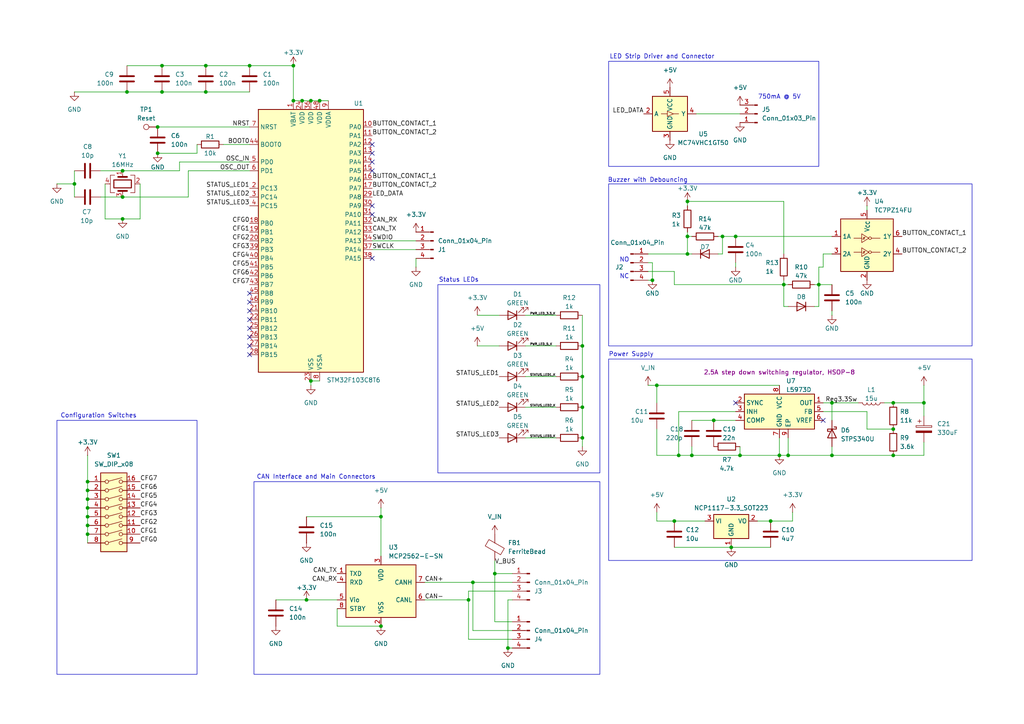
<source format=kicad_sch>
(kicad_sch
	(version 20250114)
	(generator "eeschema")
	(generator_version "9.0")
	(uuid "19263075-2e14-4c1c-b140-be1cece82e7d")
	(paper "A4")
	
	(rectangle
		(start 176.53 104.14)
		(end 281.94 162.56)
		(stroke
			(width 0)
			(type default)
		)
		(fill
			(type none)
		)
		(uuid 23c67946-7944-4d44-b21d-0ec6a7aaeb80)
	)
	(rectangle
		(start 127 82.55)
		(end 173.99 137.16)
		(stroke
			(width 0)
			(type default)
		)
		(fill
			(type none)
		)
		(uuid 3ec2cf12-3316-4ad5-9e48-656f29b6ec7c)
	)
	(rectangle
		(start 73.66 139.7)
		(end 173.99 195.58)
		(stroke
			(width 0)
			(type default)
		)
		(fill
			(type none)
		)
		(uuid 614fc8b1-1614-4757-b308-26632a14bc81)
	)
	(rectangle
		(start 176.53 53.34)
		(end 281.94 100.33)
		(stroke
			(width 0)
			(type default)
		)
		(fill
			(type none)
		)
		(uuid 743e7db7-e866-481f-ada0-9cd999483b74)
	)
	(rectangle
		(start 176.53 17.78)
		(end 237.49 48.26)
		(stroke
			(width 0)
			(type default)
		)
		(fill
			(type none)
		)
		(uuid 77fc0092-700a-41d7-9d93-e847315bbabf)
	)
	(rectangle
		(start 16.51 121.92)
		(end 57.15 195.58)
		(stroke
			(width 0)
			(type default)
		)
		(fill
			(type none)
		)
		(uuid b466160f-2013-4056-80ea-b88fbadd875e)
	)
	(text "Configuration Switches"
		(exclude_from_sim no)
		(at 17.526 120.65 0)
		(effects
			(font
				(size 1.27 1.27)
			)
			(justify left)
		)
		(uuid "37b19a70-d6c3-46fc-b951-70b3fd6518dc")
	)
	(text "Buzzer with Debouncing"
		(exclude_from_sim no)
		(at 176.276 52.324 0)
		(effects
			(font
				(size 1.27 1.27)
			)
			(justify left)
		)
		(uuid "719b8407-7060-419a-a828-1aa8660ea21e")
	)
	(text "CAN Interface and Main Connectors"
		(exclude_from_sim no)
		(at 74.422 138.43 0)
		(effects
			(font
				(size 1.27 1.27)
			)
			(justify left)
		)
		(uuid "7ddce0f7-c330-4995-8064-dfc301e672b6")
	)
	(text "NC"
		(exclude_from_sim no)
		(at 181.102 80.264 0)
		(effects
			(font
				(size 1.27 1.27)
			)
		)
		(uuid "815a38bd-1eff-4e25-a285-0768ecd29123")
	)
	(text "NO"
		(exclude_from_sim no)
		(at 181.102 75.438 0)
		(effects
			(font
				(size 1.27 1.27)
			)
		)
		(uuid "96dcbd12-7adc-4cf8-aed6-af31ca0f2aae")
	)
	(text "Power Supply"
		(exclude_from_sim no)
		(at 176.53 102.87 0)
		(effects
			(font
				(size 1.27 1.27)
			)
			(justify left)
		)
		(uuid "b3c0fb1b-54e7-4bfc-806c-bb7588d275b1")
	)
	(text "750mA @ 5V"
		(exclude_from_sim no)
		(at 226.06 28.194 0)
		(effects
			(font
				(size 1.27 1.27)
			)
		)
		(uuid "b85a5c02-fa83-461d-83e3-97304678a0df")
	)
	(text "LED Strip Driver and Connector"
		(exclude_from_sim no)
		(at 176.784 16.51 0)
		(effects
			(font
				(size 1.27 1.27)
			)
			(justify left)
		)
		(uuid "eb137765-0cde-4ad6-8c7e-e6df30883dcb")
	)
	(text "Status LEDs"
		(exclude_from_sim no)
		(at 127.254 81.28 0)
		(effects
			(font
				(size 1.27 1.27)
			)
			(justify left)
		)
		(uuid "f417197e-e46c-46f5-8146-b3bbcc0bf4fc")
	)
	(junction
		(at 35.56 57.15)
		(diameter 0)
		(color 0 0 0 0)
		(uuid "0072b523-77c6-4264-930f-487df73ad49f")
	)
	(junction
		(at 199.39 73.66)
		(diameter 0)
		(color 0 0 0 0)
		(uuid "022eac4e-119b-42a4-ac9a-063ec3170e37")
	)
	(junction
		(at 59.69 19.05)
		(diameter 0)
		(color 0 0 0 0)
		(uuid "0402ce2f-87f9-4970-89ad-ac3819bf12d6")
	)
	(junction
		(at 168.91 100.33)
		(diameter 0)
		(color 0 0 0 0)
		(uuid "0a5984a4-9313-4450-a0e2-2728c256fac6")
	)
	(junction
		(at 228.6 132.08)
		(diameter 0)
		(color 0 0 0 0)
		(uuid "1011dad9-bddb-49a7-a0a5-5d6f89afded3")
	)
	(junction
		(at 226.06 132.08)
		(diameter 0)
		(color 0 0 0 0)
		(uuid "1185b788-8e1f-4e1b-b5e8-1444ce1cf827")
	)
	(junction
		(at 59.69 26.67)
		(diameter 0)
		(color 0 0 0 0)
		(uuid "128959b9-b85f-423e-bcce-6e35d4b8fe21")
	)
	(junction
		(at 46.99 19.05)
		(diameter 0)
		(color 0 0 0 0)
		(uuid "1488d7e9-5025-4b6c-9529-17e87f16f7f7")
	)
	(junction
		(at 137.16 168.91)
		(diameter 0)
		(color 0 0 0 0)
		(uuid "154b48ca-5a86-4035-9c38-9784706cd0b5")
	)
	(junction
		(at 25.4 152.4)
		(diameter 0)
		(color 0 0 0 0)
		(uuid "168c8e4f-7460-4a5d-9d93-5328b72eb8fe")
	)
	(junction
		(at 25.4 149.86)
		(diameter 0)
		(color 0 0 0 0)
		(uuid "18c6d6b2-4b84-4c89-ab81-d660aead6fbe")
	)
	(junction
		(at 168.91 118.11)
		(diameter 0)
		(color 0 0 0 0)
		(uuid "20fcce97-dc53-43a7-be87-c884424d2505")
	)
	(junction
		(at 90.17 29.21)
		(diameter 0)
		(color 0 0 0 0)
		(uuid "249ad71e-3d16-4636-adb8-993d06ee3800")
	)
	(junction
		(at 143.51 166.37)
		(diameter 0)
		(color 0 0 0 0)
		(uuid "29932bfd-d0c3-4cc6-8f23-395ece279acb")
	)
	(junction
		(at 90.17 110.49)
		(diameter 0)
		(color 0 0 0 0)
		(uuid "2b59d6cc-5ac0-4eee-aa3f-18f85cfb19c0")
	)
	(junction
		(at 25.4 144.78)
		(diameter 0)
		(color 0 0 0 0)
		(uuid "32ce0a2f-7feb-4048-ad5f-bdf3fc3b501b")
	)
	(junction
		(at 213.36 68.58)
		(diameter 0)
		(color 0 0 0 0)
		(uuid "366faba3-09c2-45fa-ad12-4cbc4555bb23")
	)
	(junction
		(at 190.5 111.76)
		(diameter 0)
		(color 0 0 0 0)
		(uuid "36d7591a-c182-4144-b96b-2ca3699f3950")
	)
	(junction
		(at 147.32 187.96)
		(diameter 0)
		(color 0 0 0 0)
		(uuid "38cdbfd2-f585-443c-aa7c-0b34dc91c0a4")
	)
	(junction
		(at 87.63 29.21)
		(diameter 0)
		(color 0 0 0 0)
		(uuid "399711ca-5b01-4c3e-82af-2121ef5c8f57")
	)
	(junction
		(at 88.9 173.99)
		(diameter 0)
		(color 0 0 0 0)
		(uuid "4039a61a-b0e1-4eed-89c7-5da9a0d7c3e5")
	)
	(junction
		(at 237.49 82.55)
		(diameter 0)
		(color 0 0 0 0)
		(uuid "4a809945-5fd7-4c50-9491-b4eb83d96964")
	)
	(junction
		(at 168.91 127)
		(diameter 0)
		(color 0 0 0 0)
		(uuid "4f399113-a058-46fb-b4bf-b75f105b9f42")
	)
	(junction
		(at 199.39 68.58)
		(diameter 0)
		(color 0 0 0 0)
		(uuid "53f2f894-054b-4465-8fe5-6eab50f5611a")
	)
	(junction
		(at 110.49 181.61)
		(diameter 0)
		(color 0 0 0 0)
		(uuid "6c120f95-fd00-4c3d-8d92-b19f46a86d76")
	)
	(junction
		(at 259.08 132.08)
		(diameter 0)
		(color 0 0 0 0)
		(uuid "71776ace-88ca-4b2d-9e5a-cb3a354ca0b2")
	)
	(junction
		(at 200.66 132.08)
		(diameter 0)
		(color 0 0 0 0)
		(uuid "73234447-d924-47db-9dbd-99d34b236ae8")
	)
	(junction
		(at 267.97 116.84)
		(diameter 0)
		(color 0 0 0 0)
		(uuid "7584aa4a-85c0-4975-b981-dec4be8cab76")
	)
	(junction
		(at 35.56 49.53)
		(diameter 0)
		(color 0 0 0 0)
		(uuid "78e40e73-fca5-427d-89ed-acae12f4c259")
	)
	(junction
		(at 209.55 68.58)
		(diameter 0)
		(color 0 0 0 0)
		(uuid "7ed13373-50ac-469c-a2e3-1a351a5aefe3")
	)
	(junction
		(at 189.23 81.28)
		(diameter 0)
		(color 0 0 0 0)
		(uuid "8b1186ff-fb98-4256-b9cb-516664a36008")
	)
	(junction
		(at 25.4 147.32)
		(diameter 0)
		(color 0 0 0 0)
		(uuid "8b6e8f2a-27e3-4b1a-bd0e-f52871dbdb43")
	)
	(junction
		(at 207.01 121.92)
		(diameter 0)
		(color 0 0 0 0)
		(uuid "8d45d41f-40d6-44e9-847e-e88c00cc7310")
	)
	(junction
		(at 214.63 132.08)
		(diameter 0)
		(color 0 0 0 0)
		(uuid "90b300b4-b894-4c6f-9b00-901ed78bacad")
	)
	(junction
		(at 196.85 132.08)
		(diameter 0)
		(color 0 0 0 0)
		(uuid "99a6fed0-b08e-4296-b6d9-537fa9ef5235")
	)
	(junction
		(at 199.39 58.42)
		(diameter 0)
		(color 0 0 0 0)
		(uuid "9a7a1bba-1430-4294-817f-188b62d1943c")
	)
	(junction
		(at 259.08 116.84)
		(diameter 0)
		(color 0 0 0 0)
		(uuid "a2c35e8b-28ff-4984-b977-c300bce0f377")
	)
	(junction
		(at 110.49 149.86)
		(diameter 0)
		(color 0 0 0 0)
		(uuid "a907a4e6-2ab5-43eb-8512-256a06d64038")
	)
	(junction
		(at 227.33 82.55)
		(diameter 0)
		(color 0 0 0 0)
		(uuid "a919e330-9291-4d67-b6c4-b13a7c82fc18")
	)
	(junction
		(at 241.3 116.84)
		(diameter 0)
		(color 0 0 0 0)
		(uuid "b3599045-2889-4187-945b-589d2207b37a")
	)
	(junction
		(at 72.39 19.05)
		(diameter 0)
		(color 0 0 0 0)
		(uuid "b7fb4268-dc41-44e6-8655-4af1793f3a45")
	)
	(junction
		(at 36.83 26.67)
		(diameter 0)
		(color 0 0 0 0)
		(uuid "b89f260c-ff8c-474a-9211-3f978f506a9b")
	)
	(junction
		(at 135.89 173.99)
		(diameter 0)
		(color 0 0 0 0)
		(uuid "b9d18b2d-30e3-4148-8f84-cfee5aa38509")
	)
	(junction
		(at 259.08 124.46)
		(diameter 0)
		(color 0 0 0 0)
		(uuid "bd4a206f-2d9e-4aa7-a0c9-f544461debda")
	)
	(junction
		(at 92.71 29.21)
		(diameter 0)
		(color 0 0 0 0)
		(uuid "bd63f6d4-eb53-4ed6-aa2a-75390a7053cb")
	)
	(junction
		(at 46.99 26.67)
		(diameter 0)
		(color 0 0 0 0)
		(uuid "c0b29022-0464-4906-833c-0a46df749d49")
	)
	(junction
		(at 25.4 139.7)
		(diameter 0)
		(color 0 0 0 0)
		(uuid "c89d878b-9af4-492c-a238-6cc0da1ab32a")
	)
	(junction
		(at 35.56 63.5)
		(diameter 0)
		(color 0 0 0 0)
		(uuid "cca43cab-9e06-46e2-9bb2-5fad9b3a2e30")
	)
	(junction
		(at 25.4 142.24)
		(diameter 0)
		(color 0 0 0 0)
		(uuid "d0a1f97b-68a1-4a3a-84d9-0ef7cac97dba")
	)
	(junction
		(at 45.72 36.83)
		(diameter 0)
		(color 0 0 0 0)
		(uuid "d45c2fdf-b6da-4edb-aeaf-9db67f2d8b1d")
	)
	(junction
		(at 168.91 109.22)
		(diameter 0)
		(color 0 0 0 0)
		(uuid "d5a4c53e-cc23-4acf-b18d-8f53ef48c92a")
	)
	(junction
		(at 223.52 151.13)
		(diameter 0)
		(color 0 0 0 0)
		(uuid "d8a8d9e4-8eca-4668-8f4f-d35562c117fd")
	)
	(junction
		(at 85.09 29.21)
		(diameter 0)
		(color 0 0 0 0)
		(uuid "e595b548-3f4d-4147-b16b-6bbf1ad6a7a2")
	)
	(junction
		(at 195.58 151.13)
		(diameter 0)
		(color 0 0 0 0)
		(uuid "ec64760a-ff87-4873-81f9-1bce3339c2dd")
	)
	(junction
		(at 21.59 53.34)
		(diameter 0)
		(color 0 0 0 0)
		(uuid "ec795efc-a571-409f-a6ce-646607884533")
	)
	(junction
		(at 212.09 158.75)
		(diameter 0)
		(color 0 0 0 0)
		(uuid "eef91584-61fa-4a48-9c00-9a59f63aaae2")
	)
	(junction
		(at 25.4 154.94)
		(diameter 0)
		(color 0 0 0 0)
		(uuid "f54a3756-4a95-4a93-9307-30a590008261")
	)
	(junction
		(at 85.09 19.05)
		(diameter 0)
		(color 0 0 0 0)
		(uuid "fd35f0f2-41d7-45d4-b212-a9d3a14c6690")
	)
	(junction
		(at 241.3 132.08)
		(diameter 0)
		(color 0 0 0 0)
		(uuid "fdfc1c58-f259-4f93-bc9f-73a3b7db673b")
	)
	(junction
		(at 45.72 44.45)
		(diameter 0)
		(color 0 0 0 0)
		(uuid "fe0ff851-deef-4953-9e06-0347fdc8bc28")
	)
	(no_connect
		(at 107.95 59.69)
		(uuid "0778d0a2-aa32-4a9c-b6f3-c3e16f8dc3d8")
	)
	(no_connect
		(at 107.95 46.99)
		(uuid "2f30fee0-9e3a-483e-a6fe-cd71f2d579ff")
	)
	(no_connect
		(at 72.39 97.79)
		(uuid "3fb9f79d-96a1-4c19-96ea-e59eacccf9f5")
	)
	(no_connect
		(at 107.95 62.23)
		(uuid "4095179e-42ad-44f6-815d-db842634be91")
	)
	(no_connect
		(at 107.95 44.45)
		(uuid "51c4d364-b10f-4b3e-acee-9a7da108087a")
	)
	(no_connect
		(at 72.39 102.87)
		(uuid "58ccbf30-bd0f-45f2-9468-b3a2ab5914dd")
	)
	(no_connect
		(at 72.39 90.17)
		(uuid "5b26b235-7cf5-4d4c-811e-a510b350cb1e")
	)
	(no_connect
		(at 72.39 95.25)
		(uuid "67514afc-c915-43ee-a1cf-259ae50df2aa")
	)
	(no_connect
		(at 107.95 74.93)
		(uuid "6d061538-ca14-4a0f-ae5d-bf9ceda65e03")
	)
	(no_connect
		(at 107.95 49.53)
		(uuid "7574d9bd-f733-43c4-b535-909a651bb32b")
	)
	(no_connect
		(at 213.36 116.84)
		(uuid "779c9968-ad8d-4c09-bfa8-0d4b9ea9ba53")
	)
	(no_connect
		(at 238.76 121.92)
		(uuid "9458ed2a-12aa-4099-a1d1-a24ac28cc139")
	)
	(no_connect
		(at 72.39 100.33)
		(uuid "97c84623-7b5a-4662-9d78-f07fca001de3")
	)
	(no_connect
		(at 107.95 41.91)
		(uuid "ac2db4d2-0af4-4f13-badb-f107cb5c20e7")
	)
	(no_connect
		(at 72.39 92.71)
		(uuid "bb974523-1de8-4cb1-9556-74c70bec9c2a")
	)
	(no_connect
		(at 72.39 85.09)
		(uuid "cabc5be7-cb22-4614-849c-bdbc380b6acf")
	)
	(no_connect
		(at 72.39 87.63)
		(uuid "df9a6aac-9d8e-45fc-a37b-a21f8eb58572")
	)
	(wire
		(pts
			(xy 195.58 78.74) (xy 195.58 82.55)
		)
		(stroke
			(width 0)
			(type default)
		)
		(uuid "000de9ea-2242-415c-9f60-b7e2dd347dd5")
	)
	(wire
		(pts
			(xy 228.6 132.08) (xy 241.3 132.08)
		)
		(stroke
			(width 0)
			(type default)
		)
		(uuid "01a0e334-c978-44e6-8ace-746b7c0e945a")
	)
	(wire
		(pts
			(xy 213.36 119.38) (xy 196.85 119.38)
		)
		(stroke
			(width 0)
			(type default)
		)
		(uuid "04de055b-fc80-4cf4-854d-674b3af6d8ff")
	)
	(wire
		(pts
			(xy 196.85 119.38) (xy 196.85 132.08)
		)
		(stroke
			(width 0)
			(type default)
		)
		(uuid "0bbfcbcb-088c-4f23-95bf-38f1fff22cd7")
	)
	(wire
		(pts
			(xy 110.49 149.86) (xy 110.49 161.29)
		)
		(stroke
			(width 0)
			(type default)
		)
		(uuid "0c5c9650-83b4-409a-bde1-f97c3f7f04a2")
	)
	(wire
		(pts
			(xy 135.89 171.45) (xy 148.59 171.45)
		)
		(stroke
			(width 0)
			(type default)
		)
		(uuid "0ec91b38-b9f5-443d-ac18-7500210b7219")
	)
	(wire
		(pts
			(xy 168.91 91.44) (xy 168.91 100.33)
		)
		(stroke
			(width 0)
			(type default)
		)
		(uuid "0ee7b60a-6fb7-46da-ad1f-1468bd936551")
	)
	(wire
		(pts
			(xy 190.5 111.76) (xy 226.06 111.76)
		)
		(stroke
			(width 0)
			(type default)
		)
		(uuid "124c5f17-9d32-40d1-adb6-3913210a0ef2")
	)
	(wire
		(pts
			(xy 90.17 110.49) (xy 90.17 111.76)
		)
		(stroke
			(width 0)
			(type default)
		)
		(uuid "12e12818-f017-467e-82e1-9d65d01e195c")
	)
	(wire
		(pts
			(xy 143.51 166.37) (xy 148.59 166.37)
		)
		(stroke
			(width 0)
			(type default)
		)
		(uuid "14ef4c6d-3af5-4410-a028-36b2ec03a64e")
	)
	(wire
		(pts
			(xy 52.07 49.53) (xy 35.56 49.53)
		)
		(stroke
			(width 0)
			(type default)
		)
		(uuid "1938f273-d657-4f64-bde3-10b4f4d8ee5b")
	)
	(wire
		(pts
			(xy 97.79 181.61) (xy 110.49 181.61)
		)
		(stroke
			(width 0)
			(type default)
		)
		(uuid "19fb19ca-707d-48b9-b5f2-3effe2f187af")
	)
	(wire
		(pts
			(xy 241.3 116.84) (xy 241.3 121.92)
		)
		(stroke
			(width 0)
			(type default)
		)
		(uuid "1d7cc9da-7fae-47ca-a7a7-8f93364690e9")
	)
	(wire
		(pts
			(xy 54.61 49.53) (xy 54.61 57.15)
		)
		(stroke
			(width 0)
			(type default)
		)
		(uuid "1e7f3c47-6ccf-4f99-b781-071a2e174597")
	)
	(wire
		(pts
			(xy 25.4 144.78) (xy 25.4 147.32)
		)
		(stroke
			(width 0)
			(type default)
		)
		(uuid "1fdc6a50-1899-4ae6-b33c-a2616deb4141")
	)
	(wire
		(pts
			(xy 227.33 82.55) (xy 227.33 88.9)
		)
		(stroke
			(width 0)
			(type default)
		)
		(uuid "20d4df57-0bf5-4715-8dc3-7aada2917b74")
	)
	(wire
		(pts
			(xy 267.97 128.27) (xy 267.97 132.08)
		)
		(stroke
			(width 0)
			(type default)
		)
		(uuid "22215599-f6a2-44a0-a23c-4819d12a3247")
	)
	(wire
		(pts
			(xy 199.39 58.42) (xy 199.39 59.69)
		)
		(stroke
			(width 0)
			(type default)
		)
		(uuid "2344765d-60e5-48b2-939b-79667249b7d9")
	)
	(wire
		(pts
			(xy 138.43 91.44) (xy 144.78 91.44)
		)
		(stroke
			(width 0)
			(type default)
		)
		(uuid "241d2c2a-1724-44a3-9008-5eaa1c1f05d9")
	)
	(wire
		(pts
			(xy 72.39 46.99) (xy 52.07 46.99)
		)
		(stroke
			(width 0)
			(type default)
		)
		(uuid "27e09aa9-1ad3-4e78-83e1-ecb6400cf6ac")
	)
	(wire
		(pts
			(xy 229.87 148.59) (xy 229.87 151.13)
		)
		(stroke
			(width 0)
			(type default)
		)
		(uuid "2a215a98-603b-4a4b-b7a5-7d92111c4928")
	)
	(wire
		(pts
			(xy 237.49 88.9) (xy 236.22 88.9)
		)
		(stroke
			(width 0)
			(type default)
		)
		(uuid "2baa4836-cf5b-41e1-b3fb-254096b52010")
	)
	(wire
		(pts
			(xy 238.76 77.47) (xy 238.76 73.66)
		)
		(stroke
			(width 0)
			(type default)
		)
		(uuid "2d40c400-b918-4455-9d59-82ff4f691436")
	)
	(wire
		(pts
			(xy 212.09 158.75) (xy 223.52 158.75)
		)
		(stroke
			(width 0)
			(type default)
		)
		(uuid "2db74a61-3da2-476a-968f-ea3f78b35fd0")
	)
	(wire
		(pts
			(xy 237.49 77.47) (xy 238.76 77.47)
		)
		(stroke
			(width 0)
			(type default)
		)
		(uuid "2f6e3b82-20aa-42d1-92c3-b1efd861f8f3")
	)
	(wire
		(pts
			(xy 138.43 100.33) (xy 144.78 100.33)
		)
		(stroke
			(width 0)
			(type default)
		)
		(uuid "3000b3e9-4b62-4a27-86a8-967a8803fb94")
	)
	(wire
		(pts
			(xy 200.66 73.66) (xy 199.39 73.66)
		)
		(stroke
			(width 0)
			(type default)
		)
		(uuid "32c7d516-4798-442a-8d3c-e5eb2d3e8a94")
	)
	(wire
		(pts
			(xy 87.63 29.21) (xy 85.09 29.21)
		)
		(stroke
			(width 0)
			(type default)
		)
		(uuid "33687124-7920-4084-82cc-510c2f008db2")
	)
	(wire
		(pts
			(xy 21.59 53.34) (xy 21.59 57.15)
		)
		(stroke
			(width 0)
			(type default)
		)
		(uuid "344b057a-6a8c-4bad-9d30-b3cfce991656")
	)
	(wire
		(pts
			(xy 267.97 116.84) (xy 267.97 120.65)
		)
		(stroke
			(width 0)
			(type default)
		)
		(uuid "36303275-7593-440c-920f-0a978e988440")
	)
	(wire
		(pts
			(xy 135.89 173.99) (xy 135.89 171.45)
		)
		(stroke
			(width 0)
			(type default)
		)
		(uuid "3838086e-521e-4665-9d92-115621beda95")
	)
	(wire
		(pts
			(xy 227.33 81.28) (xy 227.33 82.55)
		)
		(stroke
			(width 0)
			(type default)
		)
		(uuid "3a11b3b7-143a-4159-9617-c5ddba0d86e4")
	)
	(wire
		(pts
			(xy 25.4 139.7) (xy 25.4 142.24)
		)
		(stroke
			(width 0)
			(type default)
		)
		(uuid "3a17ec97-b4c2-473d-a0d5-6fd57dbcbfc2")
	)
	(wire
		(pts
			(xy 251.46 124.46) (xy 259.08 124.46)
		)
		(stroke
			(width 0)
			(type default)
		)
		(uuid "3ae15d1b-cae5-4e94-8ab3-692493c8dcd2")
	)
	(wire
		(pts
			(xy 199.39 73.66) (xy 199.39 68.58)
		)
		(stroke
			(width 0)
			(type default)
		)
		(uuid "3b139fe8-218a-4ad8-8bb2-0f65d99db6c6")
	)
	(wire
		(pts
			(xy 195.58 151.13) (xy 204.47 151.13)
		)
		(stroke
			(width 0)
			(type default)
		)
		(uuid "3b9b67b9-36c7-49fa-9953-22eb51967234")
	)
	(wire
		(pts
			(xy 123.19 173.99) (xy 135.89 173.99)
		)
		(stroke
			(width 0)
			(type default)
		)
		(uuid "414fa327-76b2-45b3-851f-aa939771192b")
	)
	(wire
		(pts
			(xy 190.5 132.08) (xy 196.85 132.08)
		)
		(stroke
			(width 0)
			(type default)
		)
		(uuid "4181b9b3-bab0-4874-adeb-0448a33b7de8")
	)
	(wire
		(pts
			(xy 256.54 116.84) (xy 259.08 116.84)
		)
		(stroke
			(width 0)
			(type default)
		)
		(uuid "42f0c8bd-5271-450f-80a4-a46d663dae31")
	)
	(wire
		(pts
			(xy 187.96 76.2) (xy 189.23 76.2)
		)
		(stroke
			(width 0)
			(type default)
		)
		(uuid "43e13bc2-575b-44cc-8288-127d0675e177")
	)
	(wire
		(pts
			(xy 251.46 124.46) (xy 251.46 119.38)
		)
		(stroke
			(width 0)
			(type default)
		)
		(uuid "450d51b7-80af-4696-9397-7d66c3bd1d63")
	)
	(wire
		(pts
			(xy 147.32 187.96) (xy 148.59 187.96)
		)
		(stroke
			(width 0)
			(type default)
		)
		(uuid "47a7c78b-f2f0-4e04-a82e-ad262d7472af")
	)
	(wire
		(pts
			(xy 190.5 148.59) (xy 190.5 151.13)
		)
		(stroke
			(width 0)
			(type default)
		)
		(uuid "4dabe9b3-843e-4cd3-857c-d165cfae1501")
	)
	(wire
		(pts
			(xy 135.89 173.99) (xy 135.89 185.42)
		)
		(stroke
			(width 0)
			(type default)
		)
		(uuid "4ddffc87-7d98-4efb-ae5b-8ac35817cc3e")
	)
	(wire
		(pts
			(xy 36.83 26.67) (xy 46.99 26.67)
		)
		(stroke
			(width 0)
			(type default)
		)
		(uuid "4ef4d265-6c3c-47ce-b69e-991f46e08cec")
	)
	(wire
		(pts
			(xy 25.4 142.24) (xy 25.4 144.78)
		)
		(stroke
			(width 0)
			(type default)
		)
		(uuid "4f81d07e-7559-4d7a-b5ff-0d938fd10675")
	)
	(wire
		(pts
			(xy 237.49 77.47) (xy 237.49 82.55)
		)
		(stroke
			(width 0)
			(type default)
		)
		(uuid "4fea8744-2182-4966-9e89-af2d547ce9a7")
	)
	(wire
		(pts
			(xy 120.65 74.93) (xy 120.65 77.47)
		)
		(stroke
			(width 0)
			(type default)
		)
		(uuid "50703db6-8583-46dc-a2c2-154117176bb7")
	)
	(wire
		(pts
			(xy 226.06 132.08) (xy 228.6 132.08)
		)
		(stroke
			(width 0)
			(type default)
		)
		(uuid "566d7dbc-926e-4689-9d3f-9368a9108c52")
	)
	(wire
		(pts
			(xy 251.46 59.69) (xy 251.46 60.96)
		)
		(stroke
			(width 0)
			(type default)
		)
		(uuid "56d2abd2-c5f1-4054-9d00-11857b35ab71")
	)
	(wire
		(pts
			(xy 209.55 68.58) (xy 213.36 68.58)
		)
		(stroke
			(width 0)
			(type default)
		)
		(uuid "58cdf79c-8b44-4023-8add-f029a6b87e05")
	)
	(wire
		(pts
			(xy 29.21 57.15) (xy 35.56 57.15)
		)
		(stroke
			(width 0)
			(type default)
		)
		(uuid "592e5450-5405-49c1-82b2-ad08b8bd47b9")
	)
	(wire
		(pts
			(xy 90.17 110.49) (xy 92.71 110.49)
		)
		(stroke
			(width 0)
			(type default)
		)
		(uuid "5a96dd34-bc06-4191-bce4-ac2fba63458f")
	)
	(wire
		(pts
			(xy 25.4 152.4) (xy 25.4 154.94)
		)
		(stroke
			(width 0)
			(type default)
		)
		(uuid "5e9dc771-c9e5-469d-98d8-57dc47611b54")
	)
	(wire
		(pts
			(xy 25.4 132.08) (xy 25.4 139.7)
		)
		(stroke
			(width 0)
			(type default)
		)
		(uuid "6049f281-0635-4300-9174-a124cf526896")
	)
	(wire
		(pts
			(xy 200.66 129.54) (xy 200.66 132.08)
		)
		(stroke
			(width 0)
			(type default)
		)
		(uuid "61517793-15d6-45f2-b50e-405e17e1660d")
	)
	(wire
		(pts
			(xy 92.71 29.21) (xy 90.17 29.21)
		)
		(stroke
			(width 0)
			(type default)
		)
		(uuid "62ae2f4b-425c-474d-aa66-b61d37f187ef")
	)
	(wire
		(pts
			(xy 190.5 111.76) (xy 190.5 116.84)
		)
		(stroke
			(width 0)
			(type default)
		)
		(uuid "62f1f17a-6b6b-49a4-a780-81666fecdf76")
	)
	(wire
		(pts
			(xy 214.63 132.08) (xy 226.06 132.08)
		)
		(stroke
			(width 0)
			(type default)
		)
		(uuid "6337faff-4f33-437e-ad3d-a252174ef9cb")
	)
	(wire
		(pts
			(xy 40.64 53.34) (xy 40.64 63.5)
		)
		(stroke
			(width 0)
			(type default)
		)
		(uuid "66020eb4-46b8-47ca-8a8a-a88ce58abe3c")
	)
	(wire
		(pts
			(xy 190.5 151.13) (xy 195.58 151.13)
		)
		(stroke
			(width 0)
			(type default)
		)
		(uuid "6a9b3877-ad7c-4408-b6c8-24256d031d77")
	)
	(wire
		(pts
			(xy 168.91 118.11) (xy 168.91 127)
		)
		(stroke
			(width 0)
			(type default)
		)
		(uuid "6e2d4070-d363-4e24-bb7d-fe9960cd50a4")
	)
	(wire
		(pts
			(xy 241.3 116.84) (xy 248.92 116.84)
		)
		(stroke
			(width 0)
			(type default)
		)
		(uuid "6eb37057-640d-44b3-95c6-eef07c0552b7")
	)
	(wire
		(pts
			(xy 143.51 180.34) (xy 148.59 180.34)
		)
		(stroke
			(width 0)
			(type default)
		)
		(uuid "75c88008-4a59-4941-a752-c2376ad0c5c6")
	)
	(wire
		(pts
			(xy 123.19 168.91) (xy 137.16 168.91)
		)
		(stroke
			(width 0)
			(type default)
		)
		(uuid "7677097d-eeeb-4109-ab7a-3260a560c0af")
	)
	(wire
		(pts
			(xy 35.56 63.5) (xy 40.64 63.5)
		)
		(stroke
			(width 0)
			(type default)
		)
		(uuid "78ebacfe-3512-4a91-a685-c5e269d4d476")
	)
	(wire
		(pts
			(xy 21.59 49.53) (xy 21.59 53.34)
		)
		(stroke
			(width 0)
			(type default)
		)
		(uuid "7a5c6c4d-31e1-4631-bbd9-2f70433a58fa")
	)
	(wire
		(pts
			(xy 152.4 100.33) (xy 161.29 100.33)
		)
		(stroke
			(width 0)
			(type default)
		)
		(uuid "7d052de5-b337-4dfb-8b81-9f259e5cfc94")
	)
	(wire
		(pts
			(xy 25.4 149.86) (xy 25.4 152.4)
		)
		(stroke
			(width 0)
			(type default)
		)
		(uuid "7d843b4d-cd9d-4518-a6e6-0ebb93be8e39")
	)
	(wire
		(pts
			(xy 135.89 185.42) (xy 148.59 185.42)
		)
		(stroke
			(width 0)
			(type default)
		)
		(uuid "7da798df-8621-48f9-bc2b-8b47ca07d327")
	)
	(wire
		(pts
			(xy 148.59 173.99) (xy 147.32 173.99)
		)
		(stroke
			(width 0)
			(type default)
		)
		(uuid "7dcc0943-fe59-4d79-988f-8e8a00a19a42")
	)
	(wire
		(pts
			(xy 143.51 162.56) (xy 143.51 166.37)
		)
		(stroke
			(width 0)
			(type default)
		)
		(uuid "7f2e73ed-8279-4265-9bc9-0bbeb8eecfd7")
	)
	(wire
		(pts
			(xy 208.28 73.66) (xy 209.55 73.66)
		)
		(stroke
			(width 0)
			(type default)
		)
		(uuid "802499de-aafe-4393-9873-e891b2ad84f1")
	)
	(wire
		(pts
			(xy 46.99 26.67) (xy 59.69 26.67)
		)
		(stroke
			(width 0)
			(type default)
		)
		(uuid "8a66c779-bd84-4635-aea2-dc2f4a11f639")
	)
	(wire
		(pts
			(xy 259.08 132.08) (xy 267.97 132.08)
		)
		(stroke
			(width 0)
			(type default)
		)
		(uuid "8b326bad-75a6-4083-a388-8f46f81a5a70")
	)
	(wire
		(pts
			(xy 57.15 41.91) (xy 57.15 44.45)
		)
		(stroke
			(width 0)
			(type default)
		)
		(uuid "8b34d129-0f6d-498e-a534-957640452560")
	)
	(wire
		(pts
			(xy 87.63 29.21) (xy 90.17 29.21)
		)
		(stroke
			(width 0)
			(type default)
		)
		(uuid "8dd82040-38ce-4996-9210-9dbc290d282a")
	)
	(wire
		(pts
			(xy 88.9 149.86) (xy 110.49 149.86)
		)
		(stroke
			(width 0)
			(type default)
		)
		(uuid "8e6c8a2f-3d8b-410b-bf55-fbd0c8c1fdc2")
	)
	(wire
		(pts
			(xy 143.51 166.37) (xy 143.51 180.34)
		)
		(stroke
			(width 0)
			(type default)
		)
		(uuid "8eedd378-7a1b-4d69-b151-756fa87add63")
	)
	(wire
		(pts
			(xy 152.4 109.22) (xy 161.29 109.22)
		)
		(stroke
			(width 0)
			(type default)
		)
		(uuid "91279579-62b7-44bc-b036-e83801b84e87")
	)
	(wire
		(pts
			(xy 137.16 182.88) (xy 148.59 182.88)
		)
		(stroke
			(width 0)
			(type default)
		)
		(uuid "92ca3912-6759-4f37-b7c1-c406815f99db")
	)
	(wire
		(pts
			(xy 219.71 151.13) (xy 223.52 151.13)
		)
		(stroke
			(width 0)
			(type default)
		)
		(uuid "93ff1b0f-9b78-4528-923b-270e2722adf1")
	)
	(wire
		(pts
			(xy 21.59 26.67) (xy 36.83 26.67)
		)
		(stroke
			(width 0)
			(type default)
		)
		(uuid "959c19d0-ecbd-486d-aeea-4a2208267b52")
	)
	(wire
		(pts
			(xy 25.4 154.94) (xy 25.4 157.48)
		)
		(stroke
			(width 0)
			(type default)
		)
		(uuid "96a3a72a-e42e-4e16-b7b0-ba7242fc54c4")
	)
	(wire
		(pts
			(xy 199.39 67.31) (xy 199.39 68.58)
		)
		(stroke
			(width 0)
			(type default)
		)
		(uuid "97d7b694-6d62-40d1-a096-d91aa7505cbb")
	)
	(wire
		(pts
			(xy 241.3 129.54) (xy 241.3 132.08)
		)
		(stroke
			(width 0)
			(type default)
		)
		(uuid "985c53c6-9c63-49a6-8e04-bc56cc5eb069")
	)
	(wire
		(pts
			(xy 147.32 173.99) (xy 147.32 187.96)
		)
		(stroke
			(width 0)
			(type default)
		)
		(uuid "9aa77c15-4005-46ec-bf1f-4651d92ad263")
	)
	(wire
		(pts
			(xy 190.5 124.46) (xy 190.5 132.08)
		)
		(stroke
			(width 0)
			(type default)
		)
		(uuid "9ce000b6-b22a-4d89-8bd8-62fef16ee551")
	)
	(wire
		(pts
			(xy 52.07 46.99) (xy 52.07 49.53)
		)
		(stroke
			(width 0)
			(type default)
		)
		(uuid "9d7bc3bd-c568-42f5-9c6e-eb14ff66b336")
	)
	(wire
		(pts
			(xy 238.76 116.84) (xy 241.3 116.84)
		)
		(stroke
			(width 0)
			(type default)
		)
		(uuid "a4345017-9ff1-4165-bf56-7560f4fc6395")
	)
	(wire
		(pts
			(xy 213.36 77.47) (xy 213.36 76.2)
		)
		(stroke
			(width 0)
			(type default)
		)
		(uuid "a63b81be-7d55-4197-bdf8-dd54872d608a")
	)
	(wire
		(pts
			(xy 16.51 53.34) (xy 21.59 53.34)
		)
		(stroke
			(width 0)
			(type default)
		)
		(uuid "a943f769-a490-4903-9464-4e2c4d53f651")
	)
	(wire
		(pts
			(xy 200.66 121.92) (xy 207.01 121.92)
		)
		(stroke
			(width 0)
			(type default)
		)
		(uuid "aa193760-4c52-4f1c-904b-cc2c16f9019c")
	)
	(wire
		(pts
			(xy 195.58 158.75) (xy 212.09 158.75)
		)
		(stroke
			(width 0)
			(type default)
		)
		(uuid "ac3706fe-6fdf-46db-9564-ef842d8bbb50")
	)
	(wire
		(pts
			(xy 152.4 91.44) (xy 161.29 91.44)
		)
		(stroke
			(width 0)
			(type default)
		)
		(uuid "ac903ca2-edb3-4b7d-b790-23f6552ec69f")
	)
	(wire
		(pts
			(xy 29.21 49.53) (xy 35.56 49.53)
		)
		(stroke
			(width 0)
			(type default)
		)
		(uuid "af79c497-5ab9-4b3e-be6b-46a58c017386")
	)
	(wire
		(pts
			(xy 45.72 36.83) (xy 72.39 36.83)
		)
		(stroke
			(width 0)
			(type default)
		)
		(uuid "b2764022-b5ce-4c5b-a738-8c25781a227b")
	)
	(wire
		(pts
			(xy 201.93 33.02) (xy 214.63 33.02)
		)
		(stroke
			(width 0)
			(type default)
		)
		(uuid "b27f0d82-60b4-434e-9aff-a46a3215101f")
	)
	(wire
		(pts
			(xy 238.76 73.66) (xy 241.3 73.66)
		)
		(stroke
			(width 0)
			(type default)
		)
		(uuid "b28e07ea-7dd6-457e-ad9d-9abd9b2c4153")
	)
	(wire
		(pts
			(xy 35.56 63.5) (xy 30.48 63.5)
		)
		(stroke
			(width 0)
			(type default)
		)
		(uuid "b2f85611-0afd-486c-a35e-754d466bc2aa")
	)
	(wire
		(pts
			(xy 107.95 72.39) (xy 120.65 72.39)
		)
		(stroke
			(width 0)
			(type default)
		)
		(uuid "b3b2dd00-fea3-46d6-9aeb-7036d88b21c0")
	)
	(wire
		(pts
			(xy 223.52 151.13) (xy 229.87 151.13)
		)
		(stroke
			(width 0)
			(type default)
		)
		(uuid "b3c7a89a-0fa0-4b97-9ded-d7dfe78d2f51")
	)
	(wire
		(pts
			(xy 251.46 119.38) (xy 238.76 119.38)
		)
		(stroke
			(width 0)
			(type default)
		)
		(uuid "b44d681b-06c8-4048-9660-45e3d0a1cea7")
	)
	(wire
		(pts
			(xy 72.39 19.05) (xy 85.09 19.05)
		)
		(stroke
			(width 0)
			(type default)
		)
		(uuid "b4ad95ce-4646-4c84-b189-919363ade530")
	)
	(wire
		(pts
			(xy 228.6 127) (xy 228.6 132.08)
		)
		(stroke
			(width 0)
			(type default)
		)
		(uuid "b58e46aa-a39e-4405-8e77-418a00f39520")
	)
	(wire
		(pts
			(xy 168.91 109.22) (xy 168.91 118.11)
		)
		(stroke
			(width 0)
			(type default)
		)
		(uuid "b6e569f3-9c22-48c7-b007-b1763d88d277")
	)
	(wire
		(pts
			(xy 208.28 68.58) (xy 209.55 68.58)
		)
		(stroke
			(width 0)
			(type default)
		)
		(uuid "b6ec56b6-c8bb-4502-87bf-d54ab50a567b")
	)
	(wire
		(pts
			(xy 259.08 116.84) (xy 267.97 116.84)
		)
		(stroke
			(width 0)
			(type default)
		)
		(uuid "b7cb8ad4-bfc0-4847-87af-1ef2e65c70ed")
	)
	(wire
		(pts
			(xy 168.91 100.33) (xy 168.91 109.22)
		)
		(stroke
			(width 0)
			(type default)
		)
		(uuid "b7daafae-d48e-43e3-a4d2-f01fe2587d1b")
	)
	(wire
		(pts
			(xy 207.01 121.92) (xy 213.36 121.92)
		)
		(stroke
			(width 0)
			(type default)
		)
		(uuid "b8b11154-d9b0-42d6-a773-983f481981e3")
	)
	(wire
		(pts
			(xy 97.79 176.53) (xy 97.79 181.61)
		)
		(stroke
			(width 0)
			(type default)
		)
		(uuid "b8be0aaf-8fef-4823-9020-03848f3e8dfe")
	)
	(wire
		(pts
			(xy 107.95 69.85) (xy 120.65 69.85)
		)
		(stroke
			(width 0)
			(type default)
		)
		(uuid "bbb87353-f0c9-4a99-8d37-14b58abcbb8f")
	)
	(wire
		(pts
			(xy 137.16 168.91) (xy 137.16 182.88)
		)
		(stroke
			(width 0)
			(type default)
		)
		(uuid "bbd5411c-5652-46a2-acd5-76a69ee2636e")
	)
	(wire
		(pts
			(xy 226.06 127) (xy 226.06 132.08)
		)
		(stroke
			(width 0)
			(type default)
		)
		(uuid "be64ff02-a924-456a-a685-ca0998c793a1")
	)
	(wire
		(pts
			(xy 36.83 19.05) (xy 46.99 19.05)
		)
		(stroke
			(width 0)
			(type default)
		)
		(uuid "bfa8bea6-70fb-4896-9bfe-cd07d052da60")
	)
	(wire
		(pts
			(xy 241.3 132.08) (xy 259.08 132.08)
		)
		(stroke
			(width 0)
			(type default)
		)
		(uuid "c0dd6ebb-3820-4f6c-a484-177df986d92c")
	)
	(wire
		(pts
			(xy 152.4 127) (xy 161.29 127)
		)
		(stroke
			(width 0)
			(type default)
		)
		(uuid "c1e5df41-8cae-442c-ab50-d7abdeac2a08")
	)
	(wire
		(pts
			(xy 137.16 168.91) (xy 148.59 168.91)
		)
		(stroke
			(width 0)
			(type default)
		)
		(uuid "c1e7b5c0-0adb-41e2-adf5-002483898ac6")
	)
	(wire
		(pts
			(xy 209.55 68.58) (xy 209.55 73.66)
		)
		(stroke
			(width 0)
			(type default)
		)
		(uuid "c20326d2-b349-4ab2-bacb-49af3955a40e")
	)
	(wire
		(pts
			(xy 195.58 82.55) (xy 227.33 82.55)
		)
		(stroke
			(width 0)
			(type default)
		)
		(uuid "c68034f4-c850-46ab-8565-4d71c7aa9af0")
	)
	(wire
		(pts
			(xy 189.23 76.2) (xy 189.23 81.28)
		)
		(stroke
			(width 0)
			(type default)
		)
		(uuid "c86de52b-e817-4699-bf20-4d4a17a0909e")
	)
	(wire
		(pts
			(xy 196.85 132.08) (xy 200.66 132.08)
		)
		(stroke
			(width 0)
			(type default)
		)
		(uuid "c8b7a48f-b7d9-44ad-852e-d9b1a4d63090")
	)
	(wire
		(pts
			(xy 236.22 82.55) (xy 237.49 82.55)
		)
		(stroke
			(width 0)
			(type default)
		)
		(uuid "ca927015-cb0d-415f-9ed2-876d0481f967")
	)
	(wire
		(pts
			(xy 95.25 29.21) (xy 92.71 29.21)
		)
		(stroke
			(width 0)
			(type default)
		)
		(uuid "cc0ed520-0bef-434e-a32f-403e5a33408c")
	)
	(wire
		(pts
			(xy 54.61 57.15) (xy 35.56 57.15)
		)
		(stroke
			(width 0)
			(type default)
		)
		(uuid "cc5a76f8-f3a6-470e-b65e-59d4c25c3840")
	)
	(wire
		(pts
			(xy 187.96 73.66) (xy 199.39 73.66)
		)
		(stroke
			(width 0)
			(type default)
		)
		(uuid "ce5edfcf-2be9-45a4-873b-1c8e55a9090e")
	)
	(wire
		(pts
			(xy 59.69 19.05) (xy 72.39 19.05)
		)
		(stroke
			(width 0)
			(type default)
		)
		(uuid "d25304b5-103c-4a2b-b499-aab43d76783b")
	)
	(wire
		(pts
			(xy 213.36 68.58) (xy 241.3 68.58)
		)
		(stroke
			(width 0)
			(type default)
		)
		(uuid "d3d2a48e-ff7e-42f8-97fe-8006cb3644f5")
	)
	(wire
		(pts
			(xy 30.48 63.5) (xy 30.48 53.34)
		)
		(stroke
			(width 0)
			(type default)
		)
		(uuid "d46fddfc-a187-487d-b679-3eeae7cfe1b8")
	)
	(wire
		(pts
			(xy 72.39 41.91) (xy 64.77 41.91)
		)
		(stroke
			(width 0)
			(type default)
		)
		(uuid "d7c72f7d-609e-41ee-bcf4-f028577949ec")
	)
	(wire
		(pts
			(xy 54.61 49.53) (xy 72.39 49.53)
		)
		(stroke
			(width 0)
			(type default)
		)
		(uuid "d9adb7c9-bb4c-4fa7-94f6-395b44684f29")
	)
	(wire
		(pts
			(xy 214.63 129.54) (xy 214.63 132.08)
		)
		(stroke
			(width 0)
			(type default)
		)
		(uuid "db0a650b-00a3-4f7a-9e96-18f75317778f")
	)
	(wire
		(pts
			(xy 228.6 88.9) (xy 227.33 88.9)
		)
		(stroke
			(width 0)
			(type default)
		)
		(uuid "e1414918-142e-4246-b6d7-57c88be17547")
	)
	(wire
		(pts
			(xy 85.09 19.05) (xy 85.09 29.21)
		)
		(stroke
			(width 0)
			(type default)
		)
		(uuid "e1bb8007-845b-4f35-b58d-5f248ad50eb9")
	)
	(wire
		(pts
			(xy 199.39 68.58) (xy 200.66 68.58)
		)
		(stroke
			(width 0)
			(type default)
		)
		(uuid "e35dc5b7-7268-4725-b65a-9032f8f206aa")
	)
	(wire
		(pts
			(xy 45.72 44.45) (xy 57.15 44.45)
		)
		(stroke
			(width 0)
			(type default)
		)
		(uuid "e3ef27a1-fbdc-4cca-beb6-c0b79b29aaea")
	)
	(wire
		(pts
			(xy 237.49 82.55) (xy 241.3 82.55)
		)
		(stroke
			(width 0)
			(type default)
		)
		(uuid "e4905e30-806e-4b25-9ce3-ed8d3ce273a6")
	)
	(wire
		(pts
			(xy 227.33 82.55) (xy 228.6 82.55)
		)
		(stroke
			(width 0)
			(type default)
		)
		(uuid "e827ec35-3301-433f-aac5-e1c7a1f13118")
	)
	(wire
		(pts
			(xy 152.4 118.11) (xy 161.29 118.11)
		)
		(stroke
			(width 0)
			(type default)
		)
		(uuid "e9987fd1-55bb-4168-ac1b-2fd7c5ba445a")
	)
	(wire
		(pts
			(xy 25.4 147.32) (xy 25.4 149.86)
		)
		(stroke
			(width 0)
			(type default)
		)
		(uuid "e9b464ef-f1fd-432c-bfa0-c223195fce13")
	)
	(wire
		(pts
			(xy 168.91 127) (xy 168.91 129.54)
		)
		(stroke
			(width 0)
			(type default)
		)
		(uuid "e9d0e901-47c3-4469-b0a8-13e148aea900")
	)
	(wire
		(pts
			(xy 88.9 173.99) (xy 97.79 173.99)
		)
		(stroke
			(width 0)
			(type default)
		)
		(uuid "eb328297-e015-4961-89c9-b86404d819c4")
	)
	(wire
		(pts
			(xy 267.97 111.76) (xy 267.97 116.84)
		)
		(stroke
			(width 0)
			(type default)
		)
		(uuid "ebeaeba6-9697-4f3b-9d4d-591f125a76b1")
	)
	(wire
		(pts
			(xy 59.69 26.67) (xy 72.39 26.67)
		)
		(stroke
			(width 0)
			(type default)
		)
		(uuid "ed115e26-f8f9-4ecb-9fa5-7e409d5b3742")
	)
	(wire
		(pts
			(xy 80.01 173.99) (xy 88.9 173.99)
		)
		(stroke
			(width 0)
			(type default)
		)
		(uuid "ee018562-5f5f-4728-983a-5ca9aafc5faa")
	)
	(wire
		(pts
			(xy 227.33 58.42) (xy 227.33 73.66)
		)
		(stroke
			(width 0)
			(type default)
		)
		(uuid "ef2e7caf-dd24-4268-a6cd-05171a086609")
	)
	(wire
		(pts
			(xy 200.66 132.08) (xy 214.63 132.08)
		)
		(stroke
			(width 0)
			(type default)
		)
		(uuid "f815abcc-83ad-4109-8316-ded906a32c71")
	)
	(wire
		(pts
			(xy 195.58 78.74) (xy 187.96 78.74)
		)
		(stroke
			(width 0)
			(type default)
		)
		(uuid "f8553ce8-8276-4e5d-9c4f-c6ff6a938efb")
	)
	(wire
		(pts
			(xy 187.96 111.76) (xy 190.5 111.76)
		)
		(stroke
			(width 0)
			(type default)
		)
		(uuid "f8935e5e-babd-4b01-87c1-ba6073dae67a")
	)
	(wire
		(pts
			(xy 241.3 91.44) (xy 241.3 90.17)
		)
		(stroke
			(width 0)
			(type default)
		)
		(uuid "f957f4a1-a861-4eeb-922b-aa1cfd819116")
	)
	(wire
		(pts
			(xy 189.23 81.28) (xy 187.96 81.28)
		)
		(stroke
			(width 0)
			(type default)
		)
		(uuid "f9d3a2db-be55-4a00-8b0e-9f7c81c1573f")
	)
	(wire
		(pts
			(xy 237.49 82.55) (xy 237.49 88.9)
		)
		(stroke
			(width 0)
			(type default)
		)
		(uuid "fd6e3366-1d2a-4908-994e-56aac29fac64")
	)
	(wire
		(pts
			(xy 46.99 19.05) (xy 59.69 19.05)
		)
		(stroke
			(width 0)
			(type default)
		)
		(uuid "fdcdf6d1-dc70-4ee9-b5f9-e121bcfbd357")
	)
	(wire
		(pts
			(xy 199.39 58.42) (xy 227.33 58.42)
		)
		(stroke
			(width 0)
			(type default)
		)
		(uuid "fe72adcf-f4db-41f0-a04b-cb970fa2af86")
	)
	(wire
		(pts
			(xy 110.49 147.32) (xy 110.49 149.86)
		)
		(stroke
			(width 0)
			(type default)
		)
		(uuid "fedf7b92-6ec9-436b-942a-c5b83be37733")
	)
	(label "NRST"
		(at 72.39 36.83 180)
		(effects
			(font
				(size 1.27 1.27)
			)
			(justify right bottom)
		)
		(uuid "0114eb24-804d-4796-8e7b-a23e311c9085")
	)
	(label "LED_DATA"
		(at 107.95 57.15 0)
		(effects
			(font
				(size 1.27 1.27)
			)
			(justify left bottom)
		)
		(uuid "08d6c661-b3f7-410a-8426-f3bd4244bdc0")
	)
	(label "STATUS_LED3_K"
		(at 153.67 127 0)
		(effects
			(font
				(size 0.635 0.635)
			)
			(justify left bottom)
		)
		(uuid "0e8704ce-2670-4a3e-a857-72792d4767bb")
	)
	(label "STATUS_LED1"
		(at 144.78 109.22 180)
		(effects
			(font
				(size 1.27 1.27)
			)
			(justify right bottom)
		)
		(uuid "10de17a3-8515-4c2a-a06f-c681d086dc08")
	)
	(label "BUTTON_CONTACT_1"
		(at 261.62 68.58 0)
		(effects
			(font
				(size 1.27 1.27)
			)
			(justify left bottom)
		)
		(uuid "1549589a-0498-4afb-aea6-71bbf7fe135d")
	)
	(label "STATUS_LED2"
		(at 72.39 57.15 180)
		(effects
			(font
				(size 1.27 1.27)
			)
			(justify right bottom)
		)
		(uuid "1915f269-fbb0-4c80-b4a9-ca981b5f6eaf")
	)
	(label "CAN_RX"
		(at 97.79 168.91 180)
		(effects
			(font
				(size 1.27 1.27)
			)
			(justify right bottom)
		)
		(uuid "1ab3dabc-22a9-4000-b7f4-f2d7b9ffcddd")
	)
	(label "CFG4"
		(at 72.39 74.93 180)
		(effects
			(font
				(size 1.27 1.27)
			)
			(justify right bottom)
		)
		(uuid "22caf2d4-19d5-4d8e-a18b-a7613d4e95c7")
	)
	(label "OSC_IN"
		(at 72.39 46.99 180)
		(effects
			(font
				(size 1.27 1.27)
			)
			(justify right bottom)
		)
		(uuid "2747b0d8-0193-446a-bd6f-b540bf193c12")
	)
	(label "CFG7"
		(at 40.64 139.7 0)
		(effects
			(font
				(size 1.27 1.27)
			)
			(justify left bottom)
		)
		(uuid "2e036cbd-7664-40ab-8ba7-f841c50bed37")
	)
	(label "BOOT0"
		(at 72.39 41.91 180)
		(effects
			(font
				(size 1.27 1.27)
			)
			(justify right bottom)
		)
		(uuid "2fea3eb4-1774-4e19-b516-1fd649a5a55a")
	)
	(label "PWR_LED_3.3_K"
		(at 153.67 91.44 0)
		(effects
			(font
				(size 0.635 0.635)
			)
			(justify left bottom)
		)
		(uuid "3a77ebbc-b8e5-4b5f-b040-3aa4d2c706af")
	)
	(label "CFG0"
		(at 72.39 64.77 180)
		(effects
			(font
				(size 1.27 1.27)
			)
			(justify right bottom)
		)
		(uuid "3c236a77-fda9-42ef-b0ea-1ed7cf62a91f")
	)
	(label "CFG2"
		(at 40.64 152.4 0)
		(effects
			(font
				(size 1.27 1.27)
			)
			(justify left bottom)
		)
		(uuid "423dd95b-4eb9-477e-94de-a3716edacf15")
	)
	(label "CFG0"
		(at 40.64 157.48 0)
		(effects
			(font
				(size 1.27 1.27)
			)
			(justify left bottom)
		)
		(uuid "424e8947-25ab-4694-b416-78520f78c35c")
	)
	(label "STATUS_LED3"
		(at 72.39 59.69 180)
		(effects
			(font
				(size 1.27 1.27)
			)
			(justify right bottom)
		)
		(uuid "4917b566-e4a6-4922-976a-da9b7d2501ae")
	)
	(label "CFG4"
		(at 40.64 147.32 0)
		(effects
			(font
				(size 1.27 1.27)
			)
			(justify left bottom)
		)
		(uuid "49840ce2-0988-4711-8d46-fdec3a717717")
	)
	(label "V_BUS"
		(at 143.51 163.83 0)
		(effects
			(font
				(size 1.27 1.27)
			)
			(justify left bottom)
		)
		(uuid "4e6c1dfa-8eb9-4d24-8ff1-00d8057bbdc8")
	)
	(label "OSC_OUT"
		(at 72.39 49.53 180)
		(effects
			(font
				(size 1.27 1.27)
			)
			(justify right bottom)
		)
		(uuid "4eb42a67-586b-4007-bd2f-6e56532045a6")
	)
	(label "STATUS_LED1"
		(at 72.39 54.61 180)
		(effects
			(font
				(size 1.27 1.27)
			)
			(justify right bottom)
		)
		(uuid "4f6d23d5-9067-4980-92e0-22a2db63f053")
	)
	(label "BUTTON_CONTACT_1"
		(at 107.95 52.07 0)
		(effects
			(font
				(size 1.27 1.27)
			)
			(justify left bottom)
		)
		(uuid "5519176c-dabf-4cd9-8fe2-3c3becdfa0d1")
	)
	(label "BUTTON_CONTACT_2"
		(at 107.95 54.61 0)
		(effects
			(font
				(size 1.27 1.27)
			)
			(justify left bottom)
		)
		(uuid "5672ca85-27e0-4c5d-8797-f5933e44885b")
	)
	(label "STATUS_LED2"
		(at 144.78 118.11 180)
		(effects
			(font
				(size 1.27 1.27)
			)
			(justify right bottom)
		)
		(uuid "58a6744a-e396-4dfd-879f-9436b43ca2c0")
	)
	(label "BUTTON_CONTACT_2"
		(at 107.95 39.37 0)
		(effects
			(font
				(size 1.27 1.27)
			)
			(justify left bottom)
		)
		(uuid "5e976990-58eb-4e06-90f6-ffcbf3f999d0")
	)
	(label "PWR_LED_5_K"
		(at 153.67 100.33 0)
		(effects
			(font
				(size 0.635 0.635)
			)
			(justify left bottom)
		)
		(uuid "6c2194af-fcc1-4742-bb2d-de2afbca3e07")
	)
	(label "STATUS_LED3"
		(at 144.78 127 180)
		(effects
			(font
				(size 1.27 1.27)
			)
			(justify right bottom)
		)
		(uuid "6eed4f53-4c11-4fc7-89fa-2d2e2319fdf3")
	)
	(label "CFG1"
		(at 40.64 154.94 0)
		(effects
			(font
				(size 1.27 1.27)
			)
			(justify left bottom)
		)
		(uuid "7511afff-9620-4ce1-953c-92bfc8109b84")
	)
	(label "SWCLK"
		(at 107.95 72.39 0)
		(effects
			(font
				(size 1.27 1.27)
			)
			(justify left bottom)
		)
		(uuid "7f90515b-eb8d-4a39-9baf-04370f92384d")
	)
	(label "BUTTON_CONTACT_1"
		(at 107.95 36.83 0)
		(effects
			(font
				(size 1.27 1.27)
			)
			(justify left bottom)
		)
		(uuid "84d72654-d592-4dfb-8285-d4881c2bfc8f")
	)
	(label "BUTTON_CONTACT_2"
		(at 261.62 73.66 0)
		(effects
			(font
				(size 1.27 1.27)
			)
			(justify left bottom)
		)
		(uuid "85b3c6b5-814d-46b8-a874-f768d3477fba")
	)
	(label "CAN+"
		(at 123.19 168.91 0)
		(effects
			(font
				(size 1.27 1.27)
			)
			(justify left bottom)
		)
		(uuid "8c4637c2-03d4-4c56-9f07-5e8635205df1")
	)
	(label "CFG2"
		(at 72.39 69.85 180)
		(effects
			(font
				(size 1.27 1.27)
			)
			(justify right bottom)
		)
		(uuid "8df5b45b-8f44-4b7f-8a45-4ddfbfdab1c6")
	)
	(label "CFG3"
		(at 40.64 149.86 0)
		(effects
			(font
				(size 1.27 1.27)
			)
			(justify left bottom)
		)
		(uuid "90e21c61-f97b-412c-a699-cce74170322a")
	)
	(label "CFG3"
		(at 72.39 72.39 180)
		(effects
			(font
				(size 1.27 1.27)
			)
			(justify right bottom)
		)
		(uuid "9d91dd59-8ebe-428c-92d8-0f53e8c3814d")
	)
	(label "CFG5"
		(at 72.39 77.47 180)
		(effects
			(font
				(size 1.27 1.27)
			)
			(justify right bottom)
		)
		(uuid "a5b81c3e-2c1f-46e2-a39d-1df8cfbc4c40")
	)
	(label "STATUS_LED1_K"
		(at 153.67 109.22 0)
		(effects
			(font
				(size 0.635 0.635)
			)
			(justify left bottom)
		)
		(uuid "b6dd9e02-c4cc-4414-9740-c3cfc5b2fe68")
	)
	(label "CFG6"
		(at 72.39 80.01 180)
		(effects
			(font
				(size 1.27 1.27)
			)
			(justify right bottom)
		)
		(uuid "b9289d03-8e87-4177-ab86-20e7dad1f3c2")
	)
	(label "CFG5"
		(at 40.64 144.78 0)
		(effects
			(font
				(size 1.27 1.27)
			)
			(justify left bottom)
		)
		(uuid "c1ebbd6b-2953-4c2a-a020-538e6f5e29d2")
	)
	(label "CAN-"
		(at 123.19 173.99 0)
		(effects
			(font
				(size 1.27 1.27)
			)
			(justify left bottom)
		)
		(uuid "cbb3b38c-68be-4d1c-a7aa-f1184701232f")
	)
	(label "CAN_TX"
		(at 97.79 166.37 180)
		(effects
			(font
				(size 1.27 1.27)
			)
			(justify right bottom)
		)
		(uuid "ce623de0-4eb7-489b-9616-7eb2b58cd57d")
	)
	(label "Reg3.3Sw"
		(at 239.395 116.84 0)
		(effects
			(font
				(size 1.27 1.27)
			)
			(justify left bottom)
		)
		(uuid "d4d076fb-766f-445e-bdd3-38ad1c5d2eb9")
	)
	(label "CAN_RX"
		(at 107.95 64.77 0)
		(effects
			(font
				(size 1.27 1.27)
			)
			(justify left bottom)
		)
		(uuid "d84f68e4-3fe2-4f04-aeaa-89bd0c07face")
	)
	(label "SWDIO"
		(at 107.95 69.85 0)
		(effects
			(font
				(size 1.27 1.27)
			)
			(justify left bottom)
		)
		(uuid "e2b50682-8215-4776-9ea0-d06a8aa55b5d")
	)
	(label "CFG7"
		(at 72.39 82.55 180)
		(effects
			(font
				(size 1.27 1.27)
			)
			(justify right bottom)
		)
		(uuid "e888b864-27cd-44d6-ad90-7b54e5b34e22")
	)
	(label "LED_DATA"
		(at 186.69 33.02 180)
		(effects
			(font
				(size 1.27 1.27)
			)
			(justify right bottom)
		)
		(uuid "eb1724e6-2414-44a8-8995-95272dbdfb49")
	)
	(label "CAN_TX"
		(at 107.95 67.31 0)
		(effects
			(font
				(size 1.27 1.27)
			)
			(justify left bottom)
		)
		(uuid "ec5e5e1f-287b-4161-8819-79cf59dafae6")
	)
	(label "CFG1"
		(at 72.39 67.31 180)
		(effects
			(font
				(size 1.27 1.27)
			)
			(justify right bottom)
		)
		(uuid "ee6392d3-db9d-41f6-b75e-cb37cd43ca61")
	)
	(label "STATUS_LED2_K"
		(at 153.67 118.11 0)
		(effects
			(font
				(size 0.635 0.635)
			)
			(justify left bottom)
		)
		(uuid "efa46a78-976e-40e7-b025-bc29c6149f63")
	)
	(label "CFG6"
		(at 40.64 142.24 0)
		(effects
			(font
				(size 1.27 1.27)
			)
			(justify left bottom)
		)
		(uuid "f43e1cdd-4b35-4305-834c-7fec0128bb7b")
	)
	(symbol
		(lib_id "power:GND")
		(at 194.31 40.64 0)
		(unit 1)
		(exclude_from_sim no)
		(in_bom yes)
		(on_board yes)
		(dnp no)
		(fields_autoplaced yes)
		(uuid "03092fb6-e52a-4365-85b1-39e4b9fc7746")
		(property "Reference" "#PWR025"
			(at 194.31 46.99 0)
			(effects
				(font
					(size 1.27 1.27)
				)
				(hide yes)
			)
		)
		(property "Value" "GND"
			(at 194.31 45.72 0)
			(effects
				(font
					(size 1.27 1.27)
				)
			)
		)
		(property "Footprint" ""
			(at 194.31 40.64 0)
			(effects
				(font
					(size 1.27 1.27)
				)
				(hide yes)
			)
		)
		(property "Datasheet" ""
			(at 194.31 40.64 0)
			(effects
				(font
					(size 1.27 1.27)
				)
				(hide yes)
			)
		)
		(property "Description" "Power symbol creates a global label with name \"GND\" , ground"
			(at 194.31 40.64 0)
			(effects
				(font
					(size 1.27 1.27)
				)
				(hide yes)
			)
		)
		(pin "1"
			(uuid "50b9acfd-746c-451e-9037-1957a8679575")
		)
		(instances
			(project "BuzzerSystem"
				(path "/19263075-2e14-4c1c-b140-be1cece82e7d"
					(reference "#PWR025")
					(unit 1)
				)
			)
		)
	)
	(symbol
		(lib_id "Device:R")
		(at 259.08 120.65 0)
		(unit 1)
		(exclude_from_sim no)
		(in_bom yes)
		(on_board yes)
		(dnp no)
		(fields_autoplaced yes)
		(uuid "072cea75-b6d3-44e5-9014-947311fb6bb6")
		(property "Reference" "R8"
			(at 260.985 119.3799 0)
			(effects
				(font
					(size 1.27 1.27)
				)
				(justify left)
			)
		)
		(property "Value" "11k"
			(at 260.985 121.9199 0)
			(effects
				(font
					(size 1.27 1.27)
				)
				(justify left)
			)
		)
		(property "Footprint" "Resistor_SMD:R_0603_1608Metric"
			(at 257.302 120.65 90)
			(effects
				(font
					(size 1.27 1.27)
				)
				(hide yes)
			)
		)
		(property "Datasheet" "~"
			(at 259.08 120.65 0)
			(effects
				(font
					(size 1.27 1.27)
				)
				(hide yes)
			)
		)
		(property "Description" ""
			(at 259.08 120.65 0)
			(effects
				(font
					(size 1.27 1.27)
				)
			)
		)
		(pin "1"
			(uuid "d1ffa578-c7d6-4a3d-b4ea-436df21263c4")
		)
		(pin "2"
			(uuid "5228f4fd-84fb-4ef9-9e1c-97b0d51daed2")
		)
		(instances
			(project "BuzzerSystem"
				(path "/19263075-2e14-4c1c-b140-be1cece82e7d"
					(reference "R8")
					(unit 1)
				)
			)
		)
	)
	(symbol
		(lib_id "Device:C_Polarized")
		(at 267.97 124.46 0)
		(unit 1)
		(exclude_from_sim no)
		(in_bom yes)
		(on_board yes)
		(dnp no)
		(fields_autoplaced yes)
		(uuid "0771c36e-2fff-4926-893f-42aa7aff9b79")
		(property "Reference" "C21"
			(at 271.78 122.936 0)
			(effects
				(font
					(size 1.27 1.27)
				)
				(justify left)
			)
		)
		(property "Value" "330uF"
			(at 271.78 125.476 0)
			(effects
				(font
					(size 1.27 1.27)
				)
				(justify left)
			)
		)
		(property "Footprint" "Capacitor_SMD:C_Elec_8x10.2"
			(at 268.9352 128.27 0)
			(effects
				(font
					(size 1.27 1.27)
				)
				(hide yes)
			)
		)
		(property "Datasheet" "~"
			(at 267.97 124.46 0)
			(effects
				(font
					(size 1.27 1.27)
				)
				(hide yes)
			)
		)
		(property "Description" ""
			(at 267.97 124.46 0)
			(effects
				(font
					(size 1.27 1.27)
				)
			)
		)
		(pin "1"
			(uuid "9b0d1c45-c36b-4435-b6e3-033efaaea3cb")
		)
		(pin "2"
			(uuid "cfe80ac8-babf-4f9c-9726-7fd91e5dca9c")
		)
		(instances
			(project "BuzzerSystem"
				(path "/19263075-2e14-4c1c-b140-be1cece82e7d"
					(reference "C21")
					(unit 1)
				)
			)
		)
	)
	(symbol
		(lib_id "Connector:Conn_01x03_Pin")
		(at 219.71 33.02 180)
		(unit 1)
		(exclude_from_sim no)
		(in_bom yes)
		(on_board yes)
		(dnp no)
		(fields_autoplaced yes)
		(uuid "0b0e438f-554e-4f98-a28e-13f54e3856d5")
		(property "Reference" "J5"
			(at 220.98 31.7499 0)
			(effects
				(font
					(size 1.27 1.27)
				)
				(justify right)
			)
		)
		(property "Value" "Conn_01x03_Pin"
			(at 220.98 34.2899 0)
			(effects
				(font
					(size 1.27 1.27)
				)
				(justify right)
			)
		)
		(property "Footprint" "Connector_Molex:Molex_PicoBlade_53261-0371_1x03-1MP_P1.25mm_Horizontal"
			(at 219.71 33.02 0)
			(effects
				(font
					(size 1.27 1.27)
				)
				(hide yes)
			)
		)
		(property "Datasheet" "~"
			(at 219.71 33.02 0)
			(effects
				(font
					(size 1.27 1.27)
				)
				(hide yes)
			)
		)
		(property "Description" "Generic connector, single row, 01x03, script generated"
			(at 219.71 33.02 0)
			(effects
				(font
					(size 1.27 1.27)
				)
				(hide yes)
			)
		)
		(pin "3"
			(uuid "6fe65256-8f54-4b8a-971b-71849abc4a9f")
		)
		(pin "2"
			(uuid "36c4e284-ba07-4719-94a7-2060033ef503")
		)
		(pin "1"
			(uuid "74595f8f-3ecf-4352-8036-38a4a362a7bb")
		)
		(instances
			(project ""
				(path "/19263075-2e14-4c1c-b140-be1cece82e7d"
					(reference "J5")
					(unit 1)
				)
			)
		)
	)
	(symbol
		(lib_id "Device:C")
		(at 207.01 125.73 0)
		(unit 1)
		(exclude_from_sim no)
		(in_bom yes)
		(on_board yes)
		(dnp no)
		(uuid "0fc37a1b-cf6c-47fc-b456-a2c709853e34")
		(property "Reference" "C19"
			(at 209.55 124.46 0)
			(effects
				(font
					(size 1.27 1.27)
				)
				(justify left)
			)
		)
		(property "Value" "22n"
			(at 209.55 127 0)
			(effects
				(font
					(size 1.27 1.27)
				)
				(justify left)
			)
		)
		(property "Footprint" "Capacitor_SMD:C_0805_2012Metric_Pad1.18x1.45mm_HandSolder"
			(at 207.9752 129.54 0)
			(effects
				(font
					(size 1.27 1.27)
				)
				(hide yes)
			)
		)
		(property "Datasheet" "~"
			(at 207.01 125.73 0)
			(effects
				(font
					(size 1.27 1.27)
				)
				(hide yes)
			)
		)
		(property "Description" ""
			(at 207.01 125.73 0)
			(effects
				(font
					(size 1.27 1.27)
				)
			)
		)
		(property "tech" "Ceramic"
			(at 207.01 125.73 0)
			(effects
				(font
					(size 1.27 1.27)
				)
				(hide yes)
			)
		)
		(pin "1"
			(uuid "f85c329a-e639-43f9-b8b8-dc028cb5144d")
		)
		(pin "2"
			(uuid "b16cab63-5297-4602-a5f8-f33ff7104e28")
		)
		(instances
			(project "BuzzerSystem"
				(path "/19263075-2e14-4c1c-b140-be1cece82e7d"
					(reference "C19")
					(unit 1)
				)
			)
		)
	)
	(symbol
		(lib_id "Device:D")
		(at 204.47 73.66 0)
		(unit 1)
		(exclude_from_sim no)
		(in_bom yes)
		(on_board yes)
		(dnp no)
		(uuid "1050bb01-d078-48be-bdd1-ba8ca40867f3")
		(property "Reference" "D7"
			(at 204.47 71.628 0)
			(effects
				(font
					(size 1.27 1.27)
				)
			)
		)
		(property "Value" "D"
			(at 204.47 77.47 0)
			(effects
				(font
					(size 1.27 1.27)
				)
				(hide yes)
			)
		)
		(property "Footprint" "Diode_SMD:D_SOD-523"
			(at 204.47 73.66 0)
			(effects
				(font
					(size 1.27 1.27)
				)
				(hide yes)
			)
		)
		(property "Datasheet" "~"
			(at 204.47 73.66 0)
			(effects
				(font
					(size 1.27 1.27)
				)
				(hide yes)
			)
		)
		(property "Description" "Diode"
			(at 204.47 73.66 0)
			(effects
				(font
					(size 1.27 1.27)
				)
				(hide yes)
			)
		)
		(property "Sim.Device" "D"
			(at 204.47 73.66 0)
			(effects
				(font
					(size 1.27 1.27)
				)
				(hide yes)
			)
		)
		(property "Sim.Pins" "1=K 2=A"
			(at 204.47 73.66 0)
			(effects
				(font
					(size 1.27 1.27)
				)
				(hide yes)
			)
		)
		(pin "2"
			(uuid "d10a4278-d76e-48ef-bdd1-0d0aff061c6d")
		)
		(pin "1"
			(uuid "d3b307d9-d6a8-489b-a18c-d0d95e817f41")
		)
		(instances
			(project ""
				(path "/19263075-2e14-4c1c-b140-be1cece82e7d"
					(reference "D7")
					(unit 1)
				)
			)
		)
	)
	(symbol
		(lib_id "74xGxx:TC7PZ14FU")
		(at 251.46 71.12 0)
		(unit 1)
		(exclude_from_sim no)
		(in_bom yes)
		(on_board yes)
		(dnp no)
		(fields_autoplaced yes)
		(uuid "10961782-2c97-435c-b879-0caf73b783b9")
		(property "Reference" "U4"
			(at 253.6033 58.42 0)
			(effects
				(font
					(size 1.27 1.27)
				)
				(justify left)
			)
		)
		(property "Value" "TC7PZ14FU"
			(at 253.6033 60.96 0)
			(effects
				(font
					(size 1.27 1.27)
				)
				(justify left)
			)
		)
		(property "Footprint" "Package_TO_SOT_SMD:SOT-363_SC-70-6"
			(at 251.46 71.12 0)
			(effects
				(font
					(size 1.27 1.27)
				)
				(hide yes)
			)
		)
		(property "Datasheet" "https://toshiba.semicon-storage.com/info/docget.jsp?did=14431&prodName=TC7PZ14FU"
			(at 251.46 71.12 0)
			(effects
				(font
					(size 1.27 1.27)
				)
				(hide yes)
			)
		)
		(property "Description" "Dual schmitt inverter, VCC from 1.65 to 5.5 V, SOT-363"
			(at 251.46 71.12 0)
			(effects
				(font
					(size 1.27 1.27)
				)
				(hide yes)
			)
		)
		(pin "2"
			(uuid "8008c0f7-41ef-4227-a8a2-5ddb505845a9")
		)
		(pin "1"
			(uuid "aacbd3dd-414f-4639-aa35-d5d71a7b8a78")
		)
		(pin "4"
			(uuid "e0373a58-4599-4317-9fc7-39a2e7c3286e")
		)
		(pin "6"
			(uuid "0ae7cdb0-71b0-4e14-9fef-89d6f41daa34")
		)
		(pin "3"
			(uuid "378a5a90-0f88-4c82-a621-c81fc3b15f8f")
		)
		(pin "5"
			(uuid "97a3df1e-626e-449b-97f6-ceb5ea5cd9d4")
		)
		(instances
			(project ""
				(path "/19263075-2e14-4c1c-b140-be1cece82e7d"
					(reference "U4")
					(unit 1)
				)
			)
		)
	)
	(symbol
		(lib_id "Logic_LevelTranslator:SN74LV1T34DBV")
		(at 194.31 33.02 0)
		(unit 1)
		(exclude_from_sim no)
		(in_bom yes)
		(on_board yes)
		(dnp no)
		(uuid "13d811aa-a02c-4a46-9a13-e3bb731cb99c")
		(property "Reference" "U5"
			(at 203.962 38.862 0)
			(effects
				(font
					(size 1.27 1.27)
				)
			)
		)
		(property "Value" "MC74VHC1GT50"
			(at 203.962 41.402 0)
			(effects
				(font
					(size 1.27 1.27)
				)
			)
		)
		(property "Footprint" "Package_TO_SOT_SMD:SOT-23-5"
			(at 210.82 39.37 0)
			(effects
				(font
					(size 1.27 1.27)
				)
				(hide yes)
			)
		)
		(property "Datasheet" "https://www.ti.com/lit/ds/symlink/sn74lv1t34.pdf"
			(at 184.15 38.1 0)
			(effects
				(font
					(size 1.27 1.27)
				)
				(hide yes)
			)
		)
		(property "Description" "Single Power Supply, Single Buffer GATE, CMOS Logic, Level Shifter, SOT-23-5"
			(at 194.31 33.02 0)
			(effects
				(font
					(size 1.27 1.27)
				)
				(hide yes)
			)
		)
		(pin "3"
			(uuid "a9d7d306-b18c-4d07-bd26-9a2fda17249e")
		)
		(pin "4"
			(uuid "aec6a5d1-9f90-42ee-8f7a-1c999c8f3d1d")
		)
		(pin "5"
			(uuid "85b78dbb-7ecf-4261-a803-af3f69c0d034")
		)
		(pin "2"
			(uuid "17c81e5d-342f-463b-837b-8fbc8c6139cb")
		)
		(pin "1"
			(uuid "be1c1625-dfb8-4d1f-902c-b02d8632daee")
		)
		(instances
			(project ""
				(path "/19263075-2e14-4c1c-b140-be1cece82e7d"
					(reference "U5")
					(unit 1)
				)
			)
		)
	)
	(symbol
		(lib_id "power:GND")
		(at 90.17 111.76 0)
		(unit 1)
		(exclude_from_sim no)
		(in_bom yes)
		(on_board yes)
		(dnp no)
		(fields_autoplaced yes)
		(uuid "145a9f03-3f18-4ce4-9bbd-8007e0feb012")
		(property "Reference" "#PWR01"
			(at 90.17 118.11 0)
			(effects
				(font
					(size 1.27 1.27)
				)
				(hide yes)
			)
		)
		(property "Value" "GND"
			(at 90.17 116.84 0)
			(effects
				(font
					(size 1.27 1.27)
				)
			)
		)
		(property "Footprint" ""
			(at 90.17 111.76 0)
			(effects
				(font
					(size 1.27 1.27)
				)
				(hide yes)
			)
		)
		(property "Datasheet" ""
			(at 90.17 111.76 0)
			(effects
				(font
					(size 1.27 1.27)
				)
				(hide yes)
			)
		)
		(property "Description" "Power symbol creates a global label with name \"GND\" , ground"
			(at 90.17 111.76 0)
			(effects
				(font
					(size 1.27 1.27)
				)
				(hide yes)
			)
		)
		(pin "1"
			(uuid "b34de597-7d44-481b-9863-b34f2dc25153")
		)
		(instances
			(project ""
				(path "/19263075-2e14-4c1c-b140-be1cece82e7d"
					(reference "#PWR01")
					(unit 1)
				)
			)
		)
	)
	(symbol
		(lib_id "power:GND")
		(at 241.3 91.44 0)
		(unit 1)
		(exclude_from_sim no)
		(in_bom yes)
		(on_board yes)
		(dnp no)
		(uuid "1576e700-b03f-496c-8772-d49bea816cc8")
		(property "Reference" "#PWR031"
			(at 241.3 97.79 0)
			(effects
				(font
					(size 1.27 1.27)
				)
				(hide yes)
			)
		)
		(property "Value" "GND"
			(at 241.3 95.25 0)
			(effects
				(font
					(size 1.27 1.27)
				)
			)
		)
		(property "Footprint" ""
			(at 241.3 91.44 0)
			(effects
				(font
					(size 1.27 1.27)
				)
				(hide yes)
			)
		)
		(property "Datasheet" ""
			(at 241.3 91.44 0)
			(effects
				(font
					(size 1.27 1.27)
				)
				(hide yes)
			)
		)
		(property "Description" "Power symbol creates a global label with name \"GND\" , ground"
			(at 241.3 91.44 0)
			(effects
				(font
					(size 1.27 1.27)
				)
				(hide yes)
			)
		)
		(pin "1"
			(uuid "e2442154-8ef5-4db6-b70a-8df3e2a60907")
		)
		(instances
			(project "buzzer_pcb"
				(path "/19263075-2e14-4c1c-b140-be1cece82e7d"
					(reference "#PWR031")
					(unit 1)
				)
			)
		)
	)
	(symbol
		(lib_id "power:GND")
		(at 45.72 44.45 0)
		(unit 1)
		(exclude_from_sim no)
		(in_bom yes)
		(on_board yes)
		(dnp no)
		(uuid "170726bc-54eb-494c-8a73-92354d763ac2")
		(property "Reference" "#PWR04"
			(at 45.72 50.8 0)
			(effects
				(font
					(size 1.27 1.27)
				)
				(hide yes)
			)
		)
		(property "Value" "GND"
			(at 45.72 48.514 0)
			(effects
				(font
					(size 1.27 1.27)
				)
			)
		)
		(property "Footprint" ""
			(at 45.72 44.45 0)
			(effects
				(font
					(size 1.27 1.27)
				)
				(hide yes)
			)
		)
		(property "Datasheet" ""
			(at 45.72 44.45 0)
			(effects
				(font
					(size 1.27 1.27)
				)
				(hide yes)
			)
		)
		(property "Description" "Power symbol creates a global label with name \"GND\" , ground"
			(at 45.72 44.45 0)
			(effects
				(font
					(size 1.27 1.27)
				)
				(hide yes)
			)
		)
		(pin "1"
			(uuid "553647cc-1673-4574-96e6-80485519978c")
		)
		(instances
			(project "BuzzerSystem"
				(path "/19263075-2e14-4c1c-b140-be1cece82e7d"
					(reference "#PWR04")
					(unit 1)
				)
			)
		)
	)
	(symbol
		(lib_id "power:+5V")
		(at 267.97 111.76 0)
		(unit 1)
		(exclude_from_sim no)
		(in_bom yes)
		(on_board yes)
		(dnp no)
		(fields_autoplaced yes)
		(uuid "1a8a8e16-c61d-4eea-a0c3-40ccd85bc635")
		(property "Reference" "#PWR021"
			(at 267.97 115.57 0)
			(effects
				(font
					(size 1.27 1.27)
				)
				(hide yes)
			)
		)
		(property "Value" "+5V"
			(at 267.97 106.68 0)
			(effects
				(font
					(size 1.27 1.27)
				)
			)
		)
		(property "Footprint" ""
			(at 267.97 111.76 0)
			(effects
				(font
					(size 1.27 1.27)
				)
				(hide yes)
			)
		)
		(property "Datasheet" ""
			(at 267.97 111.76 0)
			(effects
				(font
					(size 1.27 1.27)
				)
				(hide yes)
			)
		)
		(property "Description" "Power symbol creates a global label with name \"+5V\""
			(at 267.97 111.76 0)
			(effects
				(font
					(size 1.27 1.27)
				)
				(hide yes)
			)
		)
		(pin "1"
			(uuid "7da5b52f-c823-4b58-9d9d-bdcef311f604")
		)
		(instances
			(project "buzzer_pcb"
				(path "/19263075-2e14-4c1c-b140-be1cece82e7d"
					(reference "#PWR021")
					(unit 1)
				)
			)
		)
	)
	(symbol
		(lib_id "Device:LED")
		(at 148.59 127 180)
		(unit 1)
		(exclude_from_sim no)
		(in_bom yes)
		(on_board yes)
		(dnp no)
		(uuid "1b313e68-55d1-410e-9456-9d8557ff4a60")
		(property "Reference" "D5"
			(at 150.114 120.904 0)
			(effects
				(font
					(size 1.27 1.27)
				)
			)
		)
		(property "Value" "GREEN"
			(at 150.114 123.444 0)
			(effects
				(font
					(size 1.27 1.27)
				)
			)
		)
		(property "Footprint" "LED_SMD:LED_0805_2012Metric_Pad1.15x1.40mm_HandSolder"
			(at 148.59 127 0)
			(effects
				(font
					(size 1.27 1.27)
				)
				(hide yes)
			)
		)
		(property "Datasheet" "~"
			(at 148.59 127 0)
			(effects
				(font
					(size 1.27 1.27)
				)
				(hide yes)
			)
		)
		(property "Description" "Light emitting diode"
			(at 148.59 127 0)
			(effects
				(font
					(size 1.27 1.27)
				)
				(hide yes)
			)
		)
		(property "Sim.Pins" "1=K 2=A"
			(at 148.59 127 0)
			(effects
				(font
					(size 1.27 1.27)
				)
				(hide yes)
			)
		)
		(pin "1"
			(uuid "be4bf446-dd30-48fe-b19b-a93d6c432f9f")
		)
		(pin "2"
			(uuid "db54ad94-e34a-483d-9b49-edbcbee10f53")
		)
		(instances
			(project "BuzzerSystem"
				(path "/19263075-2e14-4c1c-b140-be1cece82e7d"
					(reference "D5")
					(unit 1)
				)
			)
		)
	)
	(symbol
		(lib_id "Device:R")
		(at 210.82 129.54 90)
		(unit 1)
		(exclude_from_sim no)
		(in_bom yes)
		(on_board yes)
		(dnp no)
		(uuid "21cb842a-ddb5-416e-abb5-a5f30e032cc9")
		(property "Reference" "R7"
			(at 210.82 133.35 90)
			(effects
				(font
					(size 1.27 1.27)
				)
			)
		)
		(property "Value" "4.7k"
			(at 210.82 135.89 90)
			(effects
				(font
					(size 1.27 1.27)
				)
			)
		)
		(property "Footprint" "Resistor_SMD:R_0603_1608Metric"
			(at 210.82 131.318 90)
			(effects
				(font
					(size 1.27 1.27)
				)
				(hide yes)
			)
		)
		(property "Datasheet" "~"
			(at 210.82 129.54 0)
			(effects
				(font
					(size 1.27 1.27)
				)
				(hide yes)
			)
		)
		(property "Description" ""
			(at 210.82 129.54 0)
			(effects
				(font
					(size 1.27 1.27)
				)
			)
		)
		(pin "1"
			(uuid "2fc69035-18f1-44c0-801c-aa2e4718255d")
		)
		(pin "2"
			(uuid "1ca2118e-1dc5-4980-9ce0-97bb187281bc")
		)
		(instances
			(project "BuzzerSystem"
				(path "/19263075-2e14-4c1c-b140-be1cece82e7d"
					(reference "R7")
					(unit 1)
				)
			)
		)
	)
	(symbol
		(lib_id "power:GND")
		(at 120.65 77.47 0)
		(unit 1)
		(exclude_from_sim no)
		(in_bom yes)
		(on_board yes)
		(dnp no)
		(fields_autoplaced yes)
		(uuid "22713b04-8efd-4a88-93ef-f4c35adc5e35")
		(property "Reference" "#PWR06"
			(at 120.65 83.82 0)
			(effects
				(font
					(size 1.27 1.27)
				)
				(hide yes)
			)
		)
		(property "Value" "GND"
			(at 120.65 82.55 0)
			(effects
				(font
					(size 1.27 1.27)
				)
			)
		)
		(property "Footprint" ""
			(at 120.65 77.47 0)
			(effects
				(font
					(size 1.27 1.27)
				)
				(hide yes)
			)
		)
		(property "Datasheet" ""
			(at 120.65 77.47 0)
			(effects
				(font
					(size 1.27 1.27)
				)
				(hide yes)
			)
		)
		(property "Description" "Power symbol creates a global label with name \"GND\" , ground"
			(at 120.65 77.47 0)
			(effects
				(font
					(size 1.27 1.27)
				)
				(hide yes)
			)
		)
		(pin "1"
			(uuid "a6b5148c-a705-40a1-9d66-a789027dbed4")
		)
		(instances
			(project ""
				(path "/19263075-2e14-4c1c-b140-be1cece82e7d"
					(reference "#PWR06")
					(unit 1)
				)
			)
		)
	)
	(symbol
		(lib_id "Device:C")
		(at 190.5 120.65 0)
		(unit 1)
		(exclude_from_sim no)
		(in_bom yes)
		(on_board yes)
		(dnp no)
		(uuid "27e53fe4-8cd7-4c48-b752-f268dcef5785")
		(property "Reference" "C11"
			(at 184.15 119.38 0)
			(effects
				(font
					(size 1.27 1.27)
				)
				(justify left)
			)
		)
		(property "Value" "10u"
			(at 182.88 121.92 0)
			(effects
				(font
					(size 1.27 1.27)
				)
				(justify left)
			)
		)
		(property "Footprint" "Capacitor_SMD:C_1812_4532Metric_Pad1.57x3.40mm_HandSolder"
			(at 191.4652 124.46 0)
			(effects
				(font
					(size 1.27 1.27)
				)
				(hide yes)
			)
		)
		(property "Datasheet" "~"
			(at 190.5 120.65 0)
			(effects
				(font
					(size 1.27 1.27)
				)
				(hide yes)
			)
		)
		(property "Description" ""
			(at 190.5 120.65 0)
			(effects
				(font
					(size 1.27 1.27)
				)
			)
		)
		(property "tech" "Ceramic"
			(at 190.5 120.65 0)
			(effects
				(font
					(size 1.27 1.27)
				)
				(hide yes)
			)
		)
		(pin "1"
			(uuid "55715038-8222-4560-a665-d2dc31198266")
		)
		(pin "2"
			(uuid "45272c18-8d34-4349-a9f6-0811ef86265c")
		)
		(instances
			(project "BuzzerSystem"
				(path "/19263075-2e14-4c1c-b140-be1cece82e7d"
					(reference "C11")
					(unit 1)
				)
			)
		)
	)
	(symbol
		(lib_id "power:GND")
		(at 110.49 181.61 0)
		(unit 1)
		(exclude_from_sim no)
		(in_bom yes)
		(on_board yes)
		(dnp no)
		(fields_autoplaced yes)
		(uuid "2b43a113-f7ef-4ece-b89d-0a7bf2a7d195")
		(property "Reference" "#PWR012"
			(at 110.49 187.96 0)
			(effects
				(font
					(size 1.27 1.27)
				)
				(hide yes)
			)
		)
		(property "Value" "GND"
			(at 110.49 186.69 0)
			(effects
				(font
					(size 1.27 1.27)
				)
			)
		)
		(property "Footprint" ""
			(at 110.49 181.61 0)
			(effects
				(font
					(size 1.27 1.27)
				)
				(hide yes)
			)
		)
		(property "Datasheet" ""
			(at 110.49 181.61 0)
			(effects
				(font
					(size 1.27 1.27)
				)
				(hide yes)
			)
		)
		(property "Description" "Power symbol creates a global label with name \"GND\" , ground"
			(at 110.49 181.61 0)
			(effects
				(font
					(size 1.27 1.27)
				)
				(hide yes)
			)
		)
		(pin "1"
			(uuid "cca02d35-2f87-4d55-a7d2-47942422d62c")
		)
		(instances
			(project "BuzzerSystem"
				(path "/19263075-2e14-4c1c-b140-be1cece82e7d"
					(reference "#PWR012")
					(unit 1)
				)
			)
		)
	)
	(symbol
		(lib_id "power:GND")
		(at 214.63 35.56 0)
		(unit 1)
		(exclude_from_sim no)
		(in_bom yes)
		(on_board yes)
		(dnp no)
		(fields_autoplaced yes)
		(uuid "2d888036-f766-4c1e-9b82-b9903ed55931")
		(property "Reference" "#PWR028"
			(at 214.63 41.91 0)
			(effects
				(font
					(size 1.27 1.27)
				)
				(hide yes)
			)
		)
		(property "Value" "GND"
			(at 214.63 40.64 0)
			(effects
				(font
					(size 1.27 1.27)
				)
			)
		)
		(property "Footprint" ""
			(at 214.63 35.56 0)
			(effects
				(font
					(size 1.27 1.27)
				)
				(hide yes)
			)
		)
		(property "Datasheet" ""
			(at 214.63 35.56 0)
			(effects
				(font
					(size 1.27 1.27)
				)
				(hide yes)
			)
		)
		(property "Description" "Power symbol creates a global label with name \"GND\" , ground"
			(at 214.63 35.56 0)
			(effects
				(font
					(size 1.27 1.27)
				)
				(hide yes)
			)
		)
		(pin "1"
			(uuid "e34154d3-dac4-4c99-9cd5-ba8a04f14b15")
		)
		(instances
			(project "BuzzerSystem"
				(path "/19263075-2e14-4c1c-b140-be1cece82e7d"
					(reference "#PWR028")
					(unit 1)
				)
			)
		)
	)
	(symbol
		(lib_id "power:+3.3V")
		(at 199.39 58.42 0)
		(unit 1)
		(exclude_from_sim no)
		(in_bom yes)
		(on_board yes)
		(dnp no)
		(uuid "2f06f783-d151-4ea2-8bec-21bc6740f194")
		(property "Reference" "#PWR022"
			(at 199.39 62.23 0)
			(effects
				(font
					(size 1.27 1.27)
				)
				(hide yes)
			)
		)
		(property "Value" "+3.3V"
			(at 199.39 54.61 0)
			(effects
				(font
					(size 1.27 1.27)
				)
			)
		)
		(property "Footprint" ""
			(at 199.39 58.42 0)
			(effects
				(font
					(size 1.27 1.27)
				)
				(hide yes)
			)
		)
		(property "Datasheet" ""
			(at 199.39 58.42 0)
			(effects
				(font
					(size 1.27 1.27)
				)
				(hide yes)
			)
		)
		(property "Description" "Power symbol creates a global label with name \"+3.3V\""
			(at 199.39 58.42 0)
			(effects
				(font
					(size 1.27 1.27)
				)
				(hide yes)
			)
		)
		(pin "1"
			(uuid "467c32d4-01b6-4cc2-9bcc-6678281b9c45")
		)
		(instances
			(project "buzzer_pcb"
				(path "/19263075-2e14-4c1c-b140-be1cece82e7d"
					(reference "#PWR022")
					(unit 1)
				)
			)
		)
	)
	(symbol
		(lib_id "power:GND")
		(at 251.46 81.28 0)
		(unit 1)
		(exclude_from_sim no)
		(in_bom yes)
		(on_board yes)
		(dnp no)
		(uuid "2ffa3e0c-9ef0-43cf-b5ac-0c7cff0310f6")
		(property "Reference" "#PWR035"
			(at 251.46 87.63 0)
			(effects
				(font
					(size 1.27 1.27)
				)
				(hide yes)
			)
		)
		(property "Value" "GND"
			(at 251.46 85.09 0)
			(effects
				(font
					(size 1.27 1.27)
				)
			)
		)
		(property "Footprint" ""
			(at 251.46 81.28 0)
			(effects
				(font
					(size 1.27 1.27)
				)
				(hide yes)
			)
		)
		(property "Datasheet" ""
			(at 251.46 81.28 0)
			(effects
				(font
					(size 1.27 1.27)
				)
				(hide yes)
			)
		)
		(property "Description" "Power symbol creates a global label with name \"GND\" , ground"
			(at 251.46 81.28 0)
			(effects
				(font
					(size 1.27 1.27)
				)
				(hide yes)
			)
		)
		(pin "1"
			(uuid "3c8c52ba-575b-4a88-9ca3-a61b1d6ab004")
		)
		(instances
			(project "buzzer_pcb"
				(path "/19263075-2e14-4c1c-b140-be1cece82e7d"
					(reference "#PWR035")
					(unit 1)
				)
			)
		)
	)
	(symbol
		(lib_id "Device:R")
		(at 199.39 63.5 180)
		(unit 1)
		(exclude_from_sim no)
		(in_bom yes)
		(on_board yes)
		(dnp no)
		(uuid "312c4015-a7ba-470c-af2f-5365f6eb1977")
		(property "Reference" "R3"
			(at 194.818 62.484 0)
			(effects
				(font
					(size 1.27 1.27)
				)
				(justify right)
			)
		)
		(property "Value" "1k"
			(at 194.818 65.024 0)
			(effects
				(font
					(size 1.27 1.27)
				)
				(justify right)
			)
		)
		(property "Footprint" "Resistor_SMD:R_0603_1608Metric"
			(at 201.168 63.5 90)
			(effects
				(font
					(size 1.27 1.27)
				)
				(hide yes)
			)
		)
		(property "Datasheet" "~"
			(at 199.39 63.5 0)
			(effects
				(font
					(size 1.27 1.27)
				)
				(hide yes)
			)
		)
		(property "Description" "Resistor"
			(at 199.39 63.5 0)
			(effects
				(font
					(size 1.27 1.27)
				)
				(hide yes)
			)
		)
		(pin "2"
			(uuid "a555ea8f-c42c-450c-9c39-0b0d1de504f4")
		)
		(pin "1"
			(uuid "b084482f-9f71-4aa4-9387-c844b071e683")
		)
		(instances
			(project ""
				(path "/19263075-2e14-4c1c-b140-be1cece82e7d"
					(reference "R3")
					(unit 1)
				)
			)
		)
	)
	(symbol
		(lib_id "Device:LED")
		(at 148.59 100.33 180)
		(unit 1)
		(exclude_from_sim no)
		(in_bom yes)
		(on_board yes)
		(dnp no)
		(uuid "3311dc64-3bc9-4b1d-a7d3-3441e3e43d33")
		(property "Reference" "D2"
			(at 150.114 94.234 0)
			(effects
				(font
					(size 1.27 1.27)
				)
			)
		)
		(property "Value" "GREEN"
			(at 150.114 96.774 0)
			(effects
				(font
					(size 1.27 1.27)
				)
			)
		)
		(property "Footprint" "LED_SMD:LED_0805_2012Metric_Pad1.15x1.40mm_HandSolder"
			(at 148.59 100.33 0)
			(effects
				(font
					(size 1.27 1.27)
				)
				(hide yes)
			)
		)
		(property "Datasheet" "~"
			(at 148.59 100.33 0)
			(effects
				(font
					(size 1.27 1.27)
				)
				(hide yes)
			)
		)
		(property "Description" "Light emitting diode"
			(at 148.59 100.33 0)
			(effects
				(font
					(size 1.27 1.27)
				)
				(hide yes)
			)
		)
		(property "Sim.Pins" "1=K 2=A"
			(at 148.59 100.33 0)
			(effects
				(font
					(size 1.27 1.27)
				)
				(hide yes)
			)
		)
		(pin "1"
			(uuid "5dc1aab3-4fa9-4d41-b5f8-d37b63c778c9")
		)
		(pin "2"
			(uuid "5dec4579-079b-4932-95bb-e570a6b9ad5d")
		)
		(instances
			(project "BuzzerSystem"
				(path "/19263075-2e14-4c1c-b140-be1cece82e7d"
					(reference "D2")
					(unit 1)
				)
			)
		)
	)
	(symbol
		(lib_id "Interface_CAN_LIN:MCP2562-E-SN")
		(at 110.49 171.45 0)
		(unit 1)
		(exclude_from_sim no)
		(in_bom yes)
		(on_board yes)
		(dnp no)
		(fields_autoplaced yes)
		(uuid "340b6187-6b15-409c-b7da-b97f4d94be74")
		(property "Reference" "U3"
			(at 112.6841 158.75 0)
			(effects
				(font
					(size 1.27 1.27)
				)
				(justify left)
			)
		)
		(property "Value" "MCP2562-E-SN"
			(at 112.6841 161.29 0)
			(effects
				(font
					(size 1.27 1.27)
				)
				(justify left)
			)
		)
		(property "Footprint" "Package_SO:SOIC-8_3.9x4.9mm_P1.27mm"
			(at 110.49 184.15 0)
			(effects
				(font
					(size 1.27 1.27)
					(italic yes)
				)
				(hide yes)
			)
		)
		(property "Datasheet" "http://ww1.microchip.com/downloads/en/DeviceDoc/25167A.pdf"
			(at 110.49 171.45 0)
			(effects
				(font
					(size 1.27 1.27)
				)
				(hide yes)
			)
		)
		(property "Description" "High-Speed CAN Transceiver, 1Mbps, 5V supply, Vio pin, -40C to +125C, SOIC-8"
			(at 110.49 171.45 0)
			(effects
				(font
					(size 1.27 1.27)
				)
				(hide yes)
			)
		)
		(pin "2"
			(uuid "54ca8cfb-6084-4468-a14a-9b6ac0308a4b")
		)
		(pin "7"
			(uuid "d5521fd7-5f15-4b0f-b2ce-cec05ba78e8f")
		)
		(pin "4"
			(uuid "41ae28ea-9123-4493-abe5-29c1d494ca63")
		)
		(pin "5"
			(uuid "88bb923c-f5a2-4212-b5c7-82b6710ba5f3")
		)
		(pin "8"
			(uuid "b40ebb02-750c-472f-970e-7e1980829ee8")
		)
		(pin "6"
			(uuid "a3d414d3-df96-41a8-884f-18a364f2fd80")
		)
		(pin "1"
			(uuid "e09a73c7-8640-48a2-999a-8bc1f0290a63")
		)
		(pin "3"
			(uuid "8832c9db-fbc5-4d1e-9dca-bba013cbdbb9")
		)
		(instances
			(project ""
				(path "/19263075-2e14-4c1c-b140-be1cece82e7d"
					(reference "U3")
					(unit 1)
				)
			)
		)
	)
	(symbol
		(lib_id "Device:R")
		(at 227.33 77.47 0)
		(unit 1)
		(exclude_from_sim no)
		(in_bom yes)
		(on_board yes)
		(dnp no)
		(uuid "346511cd-718a-4417-9826-50d81a70330c")
		(property "Reference" "R13"
			(at 221.996 76.2 0)
			(effects
				(font
					(size 1.27 1.27)
				)
				(justify left)
			)
		)
		(property "Value" "1k"
			(at 221.996 78.74 0)
			(effects
				(font
					(size 1.27 1.27)
				)
				(justify left)
			)
		)
		(property "Footprint" "Resistor_SMD:R_0603_1608Metric"
			(at 225.552 77.47 90)
			(effects
				(font
					(size 1.27 1.27)
				)
				(hide yes)
			)
		)
		(property "Datasheet" "~"
			(at 227.33 77.47 0)
			(effects
				(font
					(size 1.27 1.27)
				)
				(hide yes)
			)
		)
		(property "Description" "Resistor"
			(at 227.33 77.47 0)
			(effects
				(font
					(size 1.27 1.27)
				)
				(hide yes)
			)
		)
		(pin "2"
			(uuid "ffbd0a56-f020-4ce9-a58b-bcaaa4a11c6f")
		)
		(pin "1"
			(uuid "b8017a47-7417-4dc8-8147-a788a2f2b563")
		)
		(instances
			(project "buzzer_pcb"
				(path "/19263075-2e14-4c1c-b140-be1cece82e7d"
					(reference "R13")
					(unit 1)
				)
			)
		)
	)
	(symbol
		(lib_id "Device:D")
		(at 232.41 88.9 180)
		(unit 1)
		(exclude_from_sim no)
		(in_bom yes)
		(on_board yes)
		(dnp no)
		(uuid "3b63f292-6e41-4169-9fe2-fc333fd92113")
		(property "Reference" "D8"
			(at 232.41 86.106 0)
			(effects
				(font
					(size 1.27 1.27)
				)
			)
		)
		(property "Value" "D"
			(at 232.41 85.09 0)
			(effects
				(font
					(size 1.27 1.27)
				)
				(hide yes)
			)
		)
		(property "Footprint" "Diode_SMD:D_SOD-523"
			(at 232.41 88.9 0)
			(effects
				(font
					(size 1.27 1.27)
				)
				(hide yes)
			)
		)
		(property "Datasheet" "~"
			(at 232.41 88.9 0)
			(effects
				(font
					(size 1.27 1.27)
				)
				(hide yes)
			)
		)
		(property "Description" "Diode"
			(at 232.41 88.9 0)
			(effects
				(font
					(size 1.27 1.27)
				)
				(hide yes)
			)
		)
		(property "Sim.Device" "D"
			(at 232.41 88.9 0)
			(effects
				(font
					(size 1.27 1.27)
				)
				(hide yes)
			)
		)
		(property "Sim.Pins" "1=K 2=A"
			(at 232.41 88.9 0)
			(effects
				(font
					(size 1.27 1.27)
				)
				(hide yes)
			)
		)
		(pin "2"
			(uuid "0e0ff0be-b619-4b47-a342-2b6ce531a091")
		)
		(pin "1"
			(uuid "19639085-8473-406d-92e9-b13952a5989f")
		)
		(instances
			(project "buzzer_pcb"
				(path "/19263075-2e14-4c1c-b140-be1cece82e7d"
					(reference "D8")
					(unit 1)
				)
			)
		)
	)
	(symbol
		(lib_id "Device:C")
		(at 72.39 22.86 0)
		(unit 1)
		(exclude_from_sim no)
		(in_bom yes)
		(on_board yes)
		(dnp no)
		(fields_autoplaced yes)
		(uuid "3bc4aeb4-a9da-4c04-9c4c-ec309ca36e8d")
		(property "Reference" "C1"
			(at 76.2 21.5899 0)
			(effects
				(font
					(size 1.27 1.27)
				)
				(justify left)
			)
		)
		(property "Value" "100n"
			(at 76.2 24.1299 0)
			(effects
				(font
					(size 1.27 1.27)
				)
				(justify left)
			)
		)
		(property "Footprint" "Capacitor_SMD:C_0603_1608Metric_Pad1.08x0.95mm_HandSolder"
			(at 73.3552 26.67 0)
			(effects
				(font
					(size 1.27 1.27)
				)
				(hide yes)
			)
		)
		(property "Datasheet" "~"
			(at 72.39 22.86 0)
			(effects
				(font
					(size 1.27 1.27)
				)
				(hide yes)
			)
		)
		(property "Description" "Unpolarized capacitor"
			(at 72.39 22.86 0)
			(effects
				(font
					(size 1.27 1.27)
				)
				(hide yes)
			)
		)
		(pin "1"
			(uuid "91d6b391-0974-4a5a-bde8-e366046db73a")
		)
		(pin "2"
			(uuid "90b7216e-a720-400e-a162-ff12cd7953e7")
		)
		(instances
			(project ""
				(path "/19263075-2e14-4c1c-b140-be1cece82e7d"
					(reference "C1")
					(unit 1)
				)
			)
		)
	)
	(symbol
		(lib_id "Connector:Conn_01x04_Pin")
		(at 182.88 76.2 0)
		(unit 1)
		(exclude_from_sim no)
		(in_bom yes)
		(on_board yes)
		(dnp no)
		(uuid "3d2c1697-8eed-4ca6-bc78-6ebe4bee242e")
		(property "Reference" "J2"
			(at 180.848 77.47 0)
			(effects
				(font
					(size 1.27 1.27)
				)
				(justify right)
			)
		)
		(property "Value" "Conn_01x04_Pin"
			(at 192.786 70.358 0)
			(effects
				(font
					(size 1.27 1.27)
				)
				(justify right)
			)
		)
		(property "Footprint" "Connector_Molex:Molex_PicoBlade_53261-0471_1x04-1MP_P1.25mm_Horizontal"
			(at 182.88 76.2 0)
			(effects
				(font
					(size 1.27 1.27)
				)
				(hide yes)
			)
		)
		(property "Datasheet" "~"
			(at 182.88 76.2 0)
			(effects
				(font
					(size 1.27 1.27)
				)
				(hide yes)
			)
		)
		(property "Description" "Generic connector, single row, 01x04, script generated"
			(at 182.88 76.2 0)
			(effects
				(font
					(size 1.27 1.27)
				)
				(hide yes)
			)
		)
		(pin "3"
			(uuid "17794560-40f9-4a61-9fb9-8639e6123108")
		)
		(pin "2"
			(uuid "e5e6056c-4112-4c4d-b74c-ae661e97b410")
		)
		(pin "1"
			(uuid "9316fcad-40ff-40ec-9a56-dc7aa710c93f")
		)
		(pin "4"
			(uuid "963c62a0-bcc0-4532-add9-ea4cde13c5ea")
		)
		(instances
			(project "BuzzerSystem"
				(path "/19263075-2e14-4c1c-b140-be1cece82e7d"
					(reference "J2")
					(unit 1)
				)
			)
		)
	)
	(symbol
		(lib_id "Device:R")
		(at 232.41 82.55 90)
		(unit 1)
		(exclude_from_sim no)
		(in_bom yes)
		(on_board yes)
		(dnp no)
		(uuid "3e66bf1d-1cb2-4469-8a2e-aafc0584bd62")
		(property "Reference" "R10"
			(at 232.41 77.47 90)
			(effects
				(font
					(size 1.27 1.27)
				)
			)
		)
		(property "Value" "47k"
			(at 232.41 80.01 90)
			(effects
				(font
					(size 1.27 1.27)
				)
			)
		)
		(property "Footprint" "Resistor_SMD:R_0603_1608Metric"
			(at 232.41 84.328 90)
			(effects
				(font
					(size 1.27 1.27)
				)
				(hide yes)
			)
		)
		(property "Datasheet" "~"
			(at 232.41 82.55 0)
			(effects
				(font
					(size 1.27 1.27)
				)
				(hide yes)
			)
		)
		(property "Description" "Resistor"
			(at 232.41 82.55 0)
			(effects
				(font
					(size 1.27 1.27)
				)
				(hide yes)
			)
		)
		(pin "2"
			(uuid "8d4e2b76-ae9b-404d-a050-4e4b4e0e8e98")
		)
		(pin "1"
			(uuid "5527a9b0-8133-40a8-aebb-bf8d8c18a097")
		)
		(instances
			(project "BuzzerSystem"
				(path "/19263075-2e14-4c1c-b140-be1cece82e7d"
					(reference "R10")
					(unit 1)
				)
			)
		)
	)
	(symbol
		(lib_id "Device:R")
		(at 165.1 91.44 270)
		(unit 1)
		(exclude_from_sim no)
		(in_bom yes)
		(on_board yes)
		(dnp no)
		(uuid "427baf13-b0fa-4c77-97d3-509e8050c5fa")
		(property "Reference" "R12"
			(at 165.1 86.36 90)
			(effects
				(font
					(size 1.27 1.27)
				)
			)
		)
		(property "Value" "1k"
			(at 165.1 88.9 90)
			(effects
				(font
					(size 1.27 1.27)
				)
			)
		)
		(property "Footprint" "Resistor_SMD:R_0603_1608Metric_Pad0.98x0.95mm_HandSolder"
			(at 165.1 89.662 90)
			(effects
				(font
					(size 1.27 1.27)
				)
				(hide yes)
			)
		)
		(property "Datasheet" "~"
			(at 165.1 91.44 0)
			(effects
				(font
					(size 1.27 1.27)
				)
				(hide yes)
			)
		)
		(property "Description" "Resistor"
			(at 165.1 91.44 0)
			(effects
				(font
					(size 1.27 1.27)
				)
				(hide yes)
			)
		)
		(pin "2"
			(uuid "23bac89b-2645-4bd2-80c1-9c2b638c8f47")
		)
		(pin "1"
			(uuid "bf1aebb5-a7da-4e63-bc3c-b55e9158ff15")
		)
		(instances
			(project "BuzzerSystem"
				(path "/19263075-2e14-4c1c-b140-be1cece82e7d"
					(reference "R12")
					(unit 1)
				)
			)
		)
	)
	(symbol
		(lib_id "power:GND")
		(at 35.56 63.5 0)
		(unit 1)
		(exclude_from_sim no)
		(in_bom yes)
		(on_board yes)
		(dnp no)
		(fields_autoplaced yes)
		(uuid "586bc7e2-47f5-4642-b8fb-2ac02a99bb73")
		(property "Reference" "#PWR014"
			(at 35.56 69.85 0)
			(effects
				(font
					(size 1.27 1.27)
				)
				(hide yes)
			)
		)
		(property "Value" "GND"
			(at 35.56 68.58 0)
			(effects
				(font
					(size 1.27 1.27)
				)
			)
		)
		(property "Footprint" ""
			(at 35.56 63.5 0)
			(effects
				(font
					(size 1.27 1.27)
				)
				(hide yes)
			)
		)
		(property "Datasheet" ""
			(at 35.56 63.5 0)
			(effects
				(font
					(size 1.27 1.27)
				)
				(hide yes)
			)
		)
		(property "Description" "Power symbol creates a global label with name \"GND\" , ground"
			(at 35.56 63.5 0)
			(effects
				(font
					(size 1.27 1.27)
				)
				(hide yes)
			)
		)
		(pin "1"
			(uuid "606a824d-f4ba-47fb-a457-f7b1f3aef406")
		)
		(instances
			(project ""
				(path "/19263075-2e14-4c1c-b140-be1cece82e7d"
					(reference "#PWR014")
					(unit 1)
				)
			)
		)
	)
	(symbol
		(lib_id "power:GND")
		(at 16.51 53.34 0)
		(unit 1)
		(exclude_from_sim no)
		(in_bom yes)
		(on_board yes)
		(dnp no)
		(fields_autoplaced yes)
		(uuid "5a34a4c4-d134-4e20-9336-6fb87a74d451")
		(property "Reference" "#PWR05"
			(at 16.51 59.69 0)
			(effects
				(font
					(size 1.27 1.27)
				)
				(hide yes)
			)
		)
		(property "Value" "GND"
			(at 16.51 58.42 0)
			(effects
				(font
					(size 1.27 1.27)
				)
			)
		)
		(property "Footprint" ""
			(at 16.51 53.34 0)
			(effects
				(font
					(size 1.27 1.27)
				)
				(hide yes)
			)
		)
		(property "Datasheet" ""
			(at 16.51 53.34 0)
			(effects
				(font
					(size 1.27 1.27)
				)
				(hide yes)
			)
		)
		(property "Description" "Power symbol creates a global label with name \"GND\" , ground"
			(at 16.51 53.34 0)
			(effects
				(font
					(size 1.27 1.27)
				)
				(hide yes)
			)
		)
		(pin "1"
			(uuid "bd4814a0-d526-49ad-bf1e-0f989e673e45")
		)
		(instances
			(project "BuzzerSystem"
				(path "/19263075-2e14-4c1c-b140-be1cece82e7d"
					(reference "#PWR05")
					(unit 1)
				)
			)
		)
	)
	(symbol
		(lib_id "power:GND")
		(at 226.06 132.08 0)
		(unit 1)
		(exclude_from_sim no)
		(in_bom yes)
		(on_board yes)
		(dnp no)
		(fields_autoplaced yes)
		(uuid "5aec29f0-effe-4dbd-89a9-848f4713937f")
		(property "Reference" "#PWR032"
			(at 226.06 138.43 0)
			(effects
				(font
					(size 1.27 1.27)
				)
				(hide yes)
			)
		)
		(property "Value" "GND"
			(at 226.06 137.16 0)
			(effects
				(font
					(size 1.27 1.27)
				)
			)
		)
		(property "Footprint" ""
			(at 226.06 132.08 0)
			(effects
				(font
					(size 1.27 1.27)
				)
				(hide yes)
			)
		)
		(property "Datasheet" ""
			(at 226.06 132.08 0)
			(effects
				(font
					(size 1.27 1.27)
				)
				(hide yes)
			)
		)
		(property "Description" ""
			(at 226.06 132.08 0)
			(effects
				(font
					(size 1.27 1.27)
				)
			)
		)
		(pin "1"
			(uuid "e4648ea1-ee19-4cd7-af45-3b3179bffb26")
		)
		(instances
			(project "BuzzerSystem"
				(path "/19263075-2e14-4c1c-b140-be1cece82e7d"
					(reference "#PWR032")
					(unit 1)
				)
			)
		)
	)
	(symbol
		(lib_id "Device:C")
		(at 241.3 86.36 0)
		(unit 1)
		(exclude_from_sim no)
		(in_bom yes)
		(on_board yes)
		(dnp no)
		(uuid "5c9bc5a2-0c7f-4ecf-99da-7a5a6d116558")
		(property "Reference" "C5"
			(at 245.11 85.0899 0)
			(effects
				(font
					(size 1.27 1.27)
				)
				(justify left)
			)
		)
		(property "Value" "100n"
			(at 245.11 87.6299 0)
			(effects
				(font
					(size 1.27 1.27)
				)
				(justify left)
			)
		)
		(property "Footprint" "Capacitor_SMD:C_0603_1608Metric_Pad1.08x0.95mm_HandSolder"
			(at 242.2652 90.17 0)
			(effects
				(font
					(size 1.27 1.27)
				)
				(hide yes)
			)
		)
		(property "Datasheet" "~"
			(at 241.3 86.36 0)
			(effects
				(font
					(size 1.27 1.27)
				)
				(hide yes)
			)
		)
		(property "Description" "Unpolarized capacitor"
			(at 241.3 86.36 0)
			(effects
				(font
					(size 1.27 1.27)
				)
				(hide yes)
			)
		)
		(pin "2"
			(uuid "70df5936-58d4-45ce-a125-167ca78d5330")
		)
		(pin "1"
			(uuid "512f956a-78bf-43d8-8d1c-f50ebd8681d3")
		)
		(instances
			(project "buzzer_pcb"
				(path "/19263075-2e14-4c1c-b140-be1cece82e7d"
					(reference "C5")
					(unit 1)
				)
			)
		)
	)
	(symbol
		(lib_id "Switch:SW_DIP_x08")
		(at 33.02 149.86 0)
		(unit 1)
		(exclude_from_sim no)
		(in_bom yes)
		(on_board yes)
		(dnp no)
		(fields_autoplaced yes)
		(uuid "5da3619f-0231-4356-9c11-6d463a1f6cab")
		(property "Reference" "SW1"
			(at 33.02 132.08 0)
			(effects
				(font
					(size 1.27 1.27)
				)
			)
		)
		(property "Value" "SW_DIP_x08"
			(at 33.02 134.62 0)
			(effects
				(font
					(size 1.27 1.27)
				)
			)
		)
		(property "Footprint" "Button_Switch_SMD:SW_DIP_SPSTx08_Slide_Omron_A6S-810x_W8.9mm_P2.54mm"
			(at 33.02 149.86 0)
			(effects
				(font
					(size 1.27 1.27)
				)
				(hide yes)
			)
		)
		(property "Datasheet" "https://www.reichelt.de/de/de/shop/produkt/dip-schalter_smd_8-polig-36477"
			(at 33.02 149.86 0)
			(effects
				(font
					(size 1.27 1.27)
				)
				(hide yes)
			)
		)
		(property "Description" "8x DIP Switch, Single Pole Single Throw (SPST) switch, small symbol"
			(at 33.02 149.86 0)
			(effects
				(font
					(size 1.27 1.27)
				)
				(hide yes)
			)
		)
		(pin "8"
			(uuid "b926fc16-4d61-44f4-a341-8f3c122b5a5e")
		)
		(pin "9"
			(uuid "463a7d4b-0411-4e66-8005-950411205db9")
		)
		(pin "3"
			(uuid "f9d9f288-3be6-4c53-bacd-837d93a97e4a")
		)
		(pin "5"
			(uuid "47df5944-0731-409c-bea0-43909f33d5de")
		)
		(pin "1"
			(uuid "2f283e33-60f0-4d72-9678-9b3441acd405")
		)
		(pin "12"
			(uuid "553996d1-042d-4487-8ee0-4552d6b8e7a0")
		)
		(pin "11"
			(uuid "8910160f-5171-4968-b0b4-f7d845a3c9f5")
		)
		(pin "10"
			(uuid "e81942f0-9c88-4d6a-bdec-b419ebaf5387")
		)
		(pin "7"
			(uuid "fb68e19f-2e65-4c41-a78c-dd8910f76bc8")
		)
		(pin "14"
			(uuid "42269753-2c9a-4dee-8091-96613b68b82c")
		)
		(pin "6"
			(uuid "c97ffe83-582e-458b-a239-610c31952641")
		)
		(pin "13"
			(uuid "1b64f149-fccd-480f-8ac8-47ed2accc8a5")
		)
		(pin "15"
			(uuid "43dafbcb-81d8-4703-82bd-2aad3868db67")
		)
		(pin "4"
			(uuid "e581a671-c74b-49c7-9b86-1a1c16630c55")
		)
		(pin "2"
			(uuid "1591b5d8-5bf8-4c02-92a6-4fb94faf2d8f")
		)
		(pin "16"
			(uuid "0c197a33-c7ee-4d01-829d-2946d9d3e048")
		)
		(instances
			(project ""
				(path "/19263075-2e14-4c1c-b140-be1cece82e7d"
					(reference "SW1")
					(unit 1)
				)
			)
		)
	)
	(symbol
		(lib_id "Device:LED")
		(at 148.59 109.22 180)
		(unit 1)
		(exclude_from_sim no)
		(in_bom yes)
		(on_board yes)
		(dnp no)
		(uuid "61ac9627-4380-404a-a694-571140e09ffb")
		(property "Reference" "D3"
			(at 150.114 103.124 0)
			(effects
				(font
					(size 1.27 1.27)
				)
			)
		)
		(property "Value" "GREEN"
			(at 150.114 105.664 0)
			(effects
				(font
					(size 1.27 1.27)
				)
			)
		)
		(property "Footprint" "LED_SMD:LED_0805_2012Metric_Pad1.15x1.40mm_HandSolder"
			(at 148.59 109.22 0)
			(effects
				(font
					(size 1.27 1.27)
				)
				(hide yes)
			)
		)
		(property "Datasheet" "~"
			(at 148.59 109.22 0)
			(effects
				(font
					(size 1.27 1.27)
				)
				(hide yes)
			)
		)
		(property "Description" "Light emitting diode"
			(at 148.59 109.22 0)
			(effects
				(font
					(size 1.27 1.27)
				)
				(hide yes)
			)
		)
		(property "Sim.Pins" "1=K 2=A"
			(at 148.59 109.22 0)
			(effects
				(font
					(size 1.27 1.27)
				)
				(hide yes)
			)
		)
		(pin "1"
			(uuid "ac4892fa-96ed-4d46-976a-15aecedbbc02")
		)
		(pin "2"
			(uuid "d581bb8d-5bf1-4eaa-a60e-c598d36edee7")
		)
		(instances
			(project "BuzzerSystem"
				(path "/19263075-2e14-4c1c-b140-be1cece82e7d"
					(reference "D3")
					(unit 1)
				)
			)
		)
	)
	(symbol
		(lib_id "power:+5V")
		(at 194.31 25.4 0)
		(unit 1)
		(exclude_from_sim no)
		(in_bom yes)
		(on_board yes)
		(dnp no)
		(fields_autoplaced yes)
		(uuid "64559728-0ce8-4b79-a36d-2dc8b32d0b94")
		(property "Reference" "#PWR011"
			(at 194.31 29.21 0)
			(effects
				(font
					(size 1.27 1.27)
				)
				(hide yes)
			)
		)
		(property "Value" "+5V"
			(at 194.31 20.32 0)
			(effects
				(font
					(size 1.27 1.27)
				)
			)
		)
		(property "Footprint" ""
			(at 194.31 25.4 0)
			(effects
				(font
					(size 1.27 1.27)
				)
				(hide yes)
			)
		)
		(property "Datasheet" ""
			(at 194.31 25.4 0)
			(effects
				(font
					(size 1.27 1.27)
				)
				(hide yes)
			)
		)
		(property "Description" "Power symbol creates a global label with name \"+5V\""
			(at 194.31 25.4 0)
			(effects
				(font
					(size 1.27 1.27)
				)
				(hide yes)
			)
		)
		(pin "1"
			(uuid "6953777e-5d09-4ba0-a16b-a0c270dd0236")
		)
		(instances
			(project "buzzer_pcb"
				(path "/19263075-2e14-4c1c-b140-be1cece82e7d"
					(reference "#PWR011")
					(unit 1)
				)
			)
		)
	)
	(symbol
		(lib_id "Device:C")
		(at 80.01 177.8 0)
		(unit 1)
		(exclude_from_sim no)
		(in_bom yes)
		(on_board yes)
		(dnp no)
		(fields_autoplaced yes)
		(uuid "64d16f31-63f3-4347-9b2a-a0bc5fb3db46")
		(property "Reference" "C14"
			(at 83.82 176.5299 0)
			(effects
				(font
					(size 1.27 1.27)
				)
				(justify left)
			)
		)
		(property "Value" "100n"
			(at 83.82 179.0699 0)
			(effects
				(font
					(size 1.27 1.27)
				)
				(justify left)
			)
		)
		(property "Footprint" "Capacitor_SMD:C_0603_1608Metric_Pad1.08x0.95mm_HandSolder"
			(at 80.9752 181.61 0)
			(effects
				(font
					(size 1.27 1.27)
				)
				(hide yes)
			)
		)
		(property "Datasheet" "~"
			(at 80.01 177.8 0)
			(effects
				(font
					(size 1.27 1.27)
				)
				(hide yes)
			)
		)
		(property "Description" "Unpolarized capacitor"
			(at 80.01 177.8 0)
			(effects
				(font
					(size 1.27 1.27)
				)
				(hide yes)
			)
		)
		(pin "1"
			(uuid "f6172713-0327-4e39-9eea-bcf3eec53b93")
		)
		(pin "2"
			(uuid "10a3800f-936c-481e-bac7-cef33489901c")
		)
		(instances
			(project "BuzzerSystem"
				(path "/19263075-2e14-4c1c-b140-be1cece82e7d"
					(reference "C14")
					(unit 1)
				)
			)
		)
	)
	(symbol
		(lib_id "power:+3.3V")
		(at 138.43 91.44 0)
		(unit 1)
		(exclude_from_sim no)
		(in_bom yes)
		(on_board yes)
		(dnp no)
		(fields_autoplaced yes)
		(uuid "67ac1b3c-da16-4bf5-8035-d6ba1969f876")
		(property "Reference" "#PWR020"
			(at 138.43 95.25 0)
			(effects
				(font
					(size 1.27 1.27)
				)
				(hide yes)
			)
		)
		(property "Value" "+3.3V"
			(at 138.43 86.36 0)
			(effects
				(font
					(size 1.27 1.27)
				)
			)
		)
		(property "Footprint" ""
			(at 138.43 91.44 0)
			(effects
				(font
					(size 1.27 1.27)
				)
				(hide yes)
			)
		)
		(property "Datasheet" ""
			(at 138.43 91.44 0)
			(effects
				(font
					(size 1.27 1.27)
				)
				(hide yes)
			)
		)
		(property "Description" "Power symbol creates a global label with name \"+3.3V\""
			(at 138.43 91.44 0)
			(effects
				(font
					(size 1.27 1.27)
				)
				(hide yes)
			)
		)
		(pin "1"
			(uuid "95d3e1a1-1aee-45c5-9bbc-e49651c42768")
		)
		(instances
			(project ""
				(path "/19263075-2e14-4c1c-b140-be1cece82e7d"
					(reference "#PWR020")
					(unit 1)
				)
			)
		)
	)
	(symbol
		(lib_id "power:+3.3V")
		(at 85.09 19.05 0)
		(unit 1)
		(exclude_from_sim no)
		(in_bom yes)
		(on_board yes)
		(dnp no)
		(uuid "68fb5afd-7862-4f2c-af5f-95d6a4b35ed7")
		(property "Reference" "#PWR02"
			(at 85.09 22.86 0)
			(effects
				(font
					(size 1.27 1.27)
				)
				(hide yes)
			)
		)
		(property "Value" "+3.3V"
			(at 85.09 15.24 0)
			(effects
				(font
					(size 1.27 1.27)
				)
			)
		)
		(property "Footprint" ""
			(at 85.09 19.05 0)
			(effects
				(font
					(size 1.27 1.27)
				)
				(hide yes)
			)
		)
		(property "Datasheet" ""
			(at 85.09 19.05 0)
			(effects
				(font
					(size 1.27 1.27)
				)
				(hide yes)
			)
		)
		(property "Description" "Power symbol creates a global label with name \"+3.3V\""
			(at 85.09 19.05 0)
			(effects
				(font
					(size 1.27 1.27)
				)
				(hide yes)
			)
		)
		(pin "1"
			(uuid "d0ac251d-b6a3-4a1c-8265-e34043d84b9a")
		)
		(instances
			(project ""
				(path "/19263075-2e14-4c1c-b140-be1cece82e7d"
					(reference "#PWR02")
					(unit 1)
				)
			)
		)
	)
	(symbol
		(lib_id "power:GND")
		(at 88.9 157.48 0)
		(unit 1)
		(exclude_from_sim no)
		(in_bom yes)
		(on_board yes)
		(dnp no)
		(fields_autoplaced yes)
		(uuid "6968efeb-fa37-4754-b08b-ff0853b8840d")
		(property "Reference" "#PWR018"
			(at 88.9 163.83 0)
			(effects
				(font
					(size 1.27 1.27)
				)
				(hide yes)
			)
		)
		(property "Value" "GND"
			(at 88.9 162.56 0)
			(effects
				(font
					(size 1.27 1.27)
				)
			)
		)
		(property "Footprint" ""
			(at 88.9 157.48 0)
			(effects
				(font
					(size 1.27 1.27)
				)
				(hide yes)
			)
		)
		(property "Datasheet" ""
			(at 88.9 157.48 0)
			(effects
				(font
					(size 1.27 1.27)
				)
				(hide yes)
			)
		)
		(property "Description" "Power symbol creates a global label with name \"GND\" , ground"
			(at 88.9 157.48 0)
			(effects
				(font
					(size 1.27 1.27)
				)
				(hide yes)
			)
		)
		(pin "1"
			(uuid "e0ae9c21-efc6-4b9b-a885-9739daed93aa")
		)
		(instances
			(project "BuzzerSystem"
				(path "/19263075-2e14-4c1c-b140-be1cece82e7d"
					(reference "#PWR018")
					(unit 1)
				)
			)
		)
	)
	(symbol
		(lib_id "Device:R")
		(at 165.1 100.33 270)
		(unit 1)
		(exclude_from_sim no)
		(in_bom yes)
		(on_board yes)
		(dnp no)
		(uuid "6bf5d4f8-acd5-41ad-9157-15292531846a")
		(property "Reference" "R11"
			(at 165.1 95.25 90)
			(effects
				(font
					(size 1.27 1.27)
				)
			)
		)
		(property "Value" "1k"
			(at 165.1 97.79 90)
			(effects
				(font
					(size 1.27 1.27)
				)
			)
		)
		(property "Footprint" "Resistor_SMD:R_0603_1608Metric_Pad0.98x0.95mm_HandSolder"
			(at 165.1 98.552 90)
			(effects
				(font
					(size 1.27 1.27)
				)
				(hide yes)
			)
		)
		(property "Datasheet" "~"
			(at 165.1 100.33 0)
			(effects
				(font
					(size 1.27 1.27)
				)
				(hide yes)
			)
		)
		(property "Description" "Resistor"
			(at 165.1 100.33 0)
			(effects
				(font
					(size 1.27 1.27)
				)
				(hide yes)
			)
		)
		(pin "2"
			(uuid "5d55de59-8d6c-4fa1-a1b0-cb0195739d0e")
		)
		(pin "1"
			(uuid "ce6a483d-bca4-49f2-bece-5469ae240523")
		)
		(instances
			(project "BuzzerSystem"
				(path "/19263075-2e14-4c1c-b140-be1cece82e7d"
					(reference "R11")
					(unit 1)
				)
			)
		)
	)
	(symbol
		(lib_id "power:+3.3V")
		(at 120.65 67.31 0)
		(unit 1)
		(exclude_from_sim no)
		(in_bom yes)
		(on_board yes)
		(dnp no)
		(fields_autoplaced yes)
		(uuid "6df7412e-ffc9-48e3-80b5-1c667b91431b")
		(property "Reference" "#PWR07"
			(at 120.65 71.12 0)
			(effects
				(font
					(size 1.27 1.27)
				)
				(hide yes)
			)
		)
		(property "Value" "+3.3V"
			(at 120.65 62.23 0)
			(effects
				(font
					(size 1.27 1.27)
				)
			)
		)
		(property "Footprint" ""
			(at 120.65 67.31 0)
			(effects
				(font
					(size 1.27 1.27)
				)
				(hide yes)
			)
		)
		(property "Datasheet" ""
			(at 120.65 67.31 0)
			(effects
				(font
					(size 1.27 1.27)
				)
				(hide yes)
			)
		)
		(property "Description" "Power symbol creates a global label with name \"+3.3V\""
			(at 120.65 67.31 0)
			(effects
				(font
					(size 1.27 1.27)
				)
				(hide yes)
			)
		)
		(pin "1"
			(uuid "26ff26cb-8b8d-4e8d-9da0-fe7d804c17c9")
		)
		(instances
			(project ""
				(path "/19263075-2e14-4c1c-b140-be1cece82e7d"
					(reference "#PWR07")
					(unit 1)
				)
			)
		)
	)
	(symbol
		(lib_id "MCU_ST_STM32F1:STM32F103C8Tx")
		(at 90.17 69.85 0)
		(unit 1)
		(exclude_from_sim no)
		(in_bom yes)
		(on_board yes)
		(dnp no)
		(uuid "6e2398f9-921a-40a3-9c5e-04d213cd0cda")
		(property "Reference" "U1"
			(at 102.616 29.972 0)
			(effects
				(font
					(size 1.27 1.27)
				)
				(justify left)
			)
		)
		(property "Value" "STM32F103C8T6"
			(at 94.742 110.236 0)
			(effects
				(font
					(size 1.27 1.27)
				)
				(justify left)
			)
		)
		(property "Footprint" "Package_QFP:LQFP-48_7x7mm_P0.5mm"
			(at 77.47 105.41 0)
			(effects
				(font
					(size 1.27 1.27)
				)
				(justify right)
				(hide yes)
			)
		)
		(property "Datasheet" "https://www.st.com/resource/en/datasheet/stm32f103c8.pdf"
			(at 90.17 69.85 0)
			(effects
				(font
					(size 1.27 1.27)
				)
				(hide yes)
			)
		)
		(property "Description" "STMicroelectronics Arm Cortex-M3 MCU, 64KB flash, 20KB RAM, 72 MHz, 2.0-3.6V, 37 GPIO, LQFP48"
			(at 90.17 69.85 0)
			(effects
				(font
					(size 1.27 1.27)
				)
				(hide yes)
			)
		)
		(pin "27"
			(uuid "ee404adb-ee55-4871-8980-59cca5de9181")
		)
		(pin "17"
			(uuid "1099705c-4f36-4dcb-95f2-16f06dc8af65")
		)
		(pin "28"
			(uuid "cbe7894c-1cbe-4b3d-a23e-61a690277d5b")
		)
		(pin "18"
			(uuid "3bb5c079-8e2a-4b4a-a755-1043a9a422d1")
		)
		(pin "21"
			(uuid "b24a9965-62b1-4302-8bd3-f5a8a1a6bcc1")
		)
		(pin "19"
			(uuid "3dafc7a6-d1f7-4972-96ba-e619a10899c2")
		)
		(pin "7"
			(uuid "0a37ee25-7ad3-4f9f-9d65-d733d115eb5c")
		)
		(pin "29"
			(uuid "f4729a36-e0ab-4866-b8ac-9470b1337e50")
		)
		(pin "15"
			(uuid "d9139999-18c2-40fb-8297-464bb00b098b")
		)
		(pin "34"
			(uuid "86911f3a-84c3-4008-84c0-58e1cc8550ba")
		)
		(pin "36"
			(uuid "7ae5f584-0e45-4442-848a-6398e0bc85d4")
		)
		(pin "40"
			(uuid "b8df08e7-6938-4b68-92da-a7f7eac45f9d")
		)
		(pin "32"
			(uuid "d39cb035-733e-4817-9886-fdbd0468e8bb")
		)
		(pin "3"
			(uuid "d7c7c854-6ddd-403e-881c-5466a362d4d7")
		)
		(pin "46"
			(uuid "e2bc528a-3dcf-4e8b-9acc-35ebdc8fcc46")
		)
		(pin "26"
			(uuid "5a67d475-ad59-4543-9e06-d578e8e6a066")
		)
		(pin "38"
			(uuid "a31a47d6-e1e9-4205-adcc-55246428cc62")
		)
		(pin "24"
			(uuid "5a356703-29b1-448f-a3bd-b9d4b013ea95")
		)
		(pin "23"
			(uuid "38b4a906-8136-466e-9a7e-b2d9315357ff")
		)
		(pin "14"
			(uuid "603b68dc-9073-43b7-ba1b-d2147517e980")
		)
		(pin "10"
			(uuid "8902a760-7dc7-41b0-b2d9-9e8b3421a73e")
		)
		(pin "37"
			(uuid "fb293084-607a-45f4-b586-a7f7af68a0f8")
		)
		(pin "8"
			(uuid "64439d7c-8d0a-46ff-a487-706ec5eac532")
		)
		(pin "9"
			(uuid "a63412b9-11b7-48f9-a81e-c2119af13194")
		)
		(pin "1"
			(uuid "3fe0718e-a621-4aa5-94ac-3068dc1ed22e")
		)
		(pin "13"
			(uuid "5e8edd89-3d7a-43f6-bf2c-76150b0ebb7d")
		)
		(pin "43"
			(uuid "70bcfd65-7938-4bca-8258-5b1a3e08d513")
		)
		(pin "39"
			(uuid "ae387129-0803-4e00-875e-7ce91032ed4d")
		)
		(pin "12"
			(uuid "c8c8d562-6f60-40f6-a8c0-8335f6d7a44a")
		)
		(pin "2"
			(uuid "d8154557-1344-40d9-a54e-fc2c73cb39f3")
		)
		(pin "20"
			(uuid "60ea8b87-d76c-414c-9e77-d7ad1d9fa16e")
		)
		(pin "11"
			(uuid "5be4d0de-be73-4dc0-b34e-81bdd582e8c6")
		)
		(pin "4"
			(uuid "fcdd0f73-6ffe-4a64-bf87-847c7f7a01f9")
		)
		(pin "48"
			(uuid "abf31ec6-91bb-4d2a-b156-fc2fe19aa434")
		)
		(pin "44"
			(uuid "6a3040b3-91cf-44b0-9262-7b59e6b7f483")
		)
		(pin "22"
			(uuid "17d25043-0f02-4689-aac7-fad2a1756b71")
		)
		(pin "45"
			(uuid "e9cb6cd3-e69e-4a39-b4c4-515cec31dd78")
		)
		(pin "41"
			(uuid "f3277ec1-6f3c-4762-babf-8a9ab4b3f5af")
		)
		(pin "42"
			(uuid "96011af9-e93e-468d-aca2-6c37bba54c3b")
		)
		(pin "35"
			(uuid "b14f1d90-385c-4a96-95c9-521c907fb20d")
		)
		(pin "25"
			(uuid "767b7a02-4b66-412d-be14-b5b8385fb28e")
		)
		(pin "30"
			(uuid "5d51e342-c05b-4020-99d3-c5e90b81ad11")
		)
		(pin "47"
			(uuid "c811af8f-9b90-42ee-ab17-6ffcfb19f18a")
		)
		(pin "6"
			(uuid "27bf85b3-506b-453f-9dfe-ac9e4abddf77")
		)
		(pin "5"
			(uuid "831a7a7b-799b-4f41-a8f3-8422bf6a7419")
		)
		(pin "33"
			(uuid "1513ced7-c954-462e-bba6-6654e74ed245")
		)
		(pin "16"
			(uuid "4632489e-bbf0-4ee3-a73e-95a339fe5377")
		)
		(pin "31"
			(uuid "ac24bbcb-167a-4960-aacd-dd84c29b79c7")
		)
		(instances
			(project ""
				(path "/19263075-2e14-4c1c-b140-be1cece82e7d"
					(reference "U1")
					(unit 1)
				)
			)
		)
	)
	(symbol
		(lib_id "Device:C")
		(at 45.72 40.64 0)
		(unit 1)
		(exclude_from_sim no)
		(in_bom yes)
		(on_board yes)
		(dnp no)
		(fields_autoplaced yes)
		(uuid "704e44b3-b9f3-4825-b3a0-9e7f28c6f526")
		(property "Reference" "C6"
			(at 49.53 39.3699 0)
			(effects
				(font
					(size 1.27 1.27)
				)
				(justify left)
			)
		)
		(property "Value" "100n"
			(at 49.53 41.9099 0)
			(effects
				(font
					(size 1.27 1.27)
				)
				(justify left)
			)
		)
		(property "Footprint" "Capacitor_SMD:C_0603_1608Metric_Pad1.08x0.95mm_HandSolder"
			(at 46.6852 44.45 0)
			(effects
				(font
					(size 1.27 1.27)
				)
				(hide yes)
			)
		)
		(property "Datasheet" "~"
			(at 45.72 40.64 0)
			(effects
				(font
					(size 1.27 1.27)
				)
				(hide yes)
			)
		)
		(property "Description" "Unpolarized capacitor"
			(at 45.72 40.64 0)
			(effects
				(font
					(size 1.27 1.27)
				)
				(hide yes)
			)
		)
		(pin "1"
			(uuid "bfbbd2c7-6acd-4b58-9d07-d9c3cc3a4e33")
		)
		(pin "2"
			(uuid "d493f6da-035c-44b1-933c-53dba06dd893")
		)
		(instances
			(project "BuzzerSystem"
				(path "/19263075-2e14-4c1c-b140-be1cece82e7d"
					(reference "C6")
					(unit 1)
				)
			)
		)
	)
	(symbol
		(lib_id "Device:FerriteBead")
		(at 143.51 158.75 0)
		(unit 1)
		(exclude_from_sim no)
		(in_bom yes)
		(on_board yes)
		(dnp no)
		(fields_autoplaced yes)
		(uuid "70bad218-a95e-48ed-9402-2bca09296a2b")
		(property "Reference" "FB1"
			(at 147.32 157.4291 0)
			(effects
				(font
					(size 1.27 1.27)
				)
				(justify left)
			)
		)
		(property "Value" "FerriteBead"
			(at 147.32 159.9691 0)
			(effects
				(font
					(size 1.27 1.27)
				)
				(justify left)
			)
		)
		(property "Footprint" "Inductor_SMD:L_0805_2012Metric_Pad1.15x1.40mm_HandSolder"
			(at 141.732 158.75 90)
			(effects
				(font
					(size 1.27 1.27)
				)
				(hide yes)
			)
		)
		(property "Datasheet" "~"
			(at 143.51 158.75 0)
			(effects
				(font
					(size 1.27 1.27)
				)
				(hide yes)
			)
		)
		(property "Description" "Ferrite bead"
			(at 143.51 158.75 0)
			(effects
				(font
					(size 1.27 1.27)
				)
				(hide yes)
			)
		)
		(pin "2"
			(uuid "f1105a88-3f5f-4236-8673-ccada82a7ecf")
		)
		(pin "1"
			(uuid "5d770af2-ffb6-47ad-bb90-5bb1fbec2f52")
		)
		(instances
			(project ""
				(path "/19263075-2e14-4c1c-b140-be1cece82e7d"
					(reference "FB1")
					(unit 1)
				)
			)
		)
	)
	(symbol
		(lib_id "power:VCC")
		(at 187.96 111.76 0)
		(unit 1)
		(exclude_from_sim no)
		(in_bom yes)
		(on_board yes)
		(dnp no)
		(fields_autoplaced yes)
		(uuid "7628cb99-331f-41e6-b442-72b1c281376a")
		(property "Reference" "#PWR030"
			(at 187.96 115.57 0)
			(effects
				(font
					(size 1.27 1.27)
				)
				(hide yes)
			)
		)
		(property "Value" "V_IN"
			(at 187.96 106.68 0)
			(effects
				(font
					(size 1.27 1.27)
				)
			)
		)
		(property "Footprint" ""
			(at 187.96 111.76 0)
			(effects
				(font
					(size 1.27 1.27)
				)
				(hide yes)
			)
		)
		(property "Datasheet" ""
			(at 187.96 111.76 0)
			(effects
				(font
					(size 1.27 1.27)
				)
				(hide yes)
			)
		)
		(property "Description" ""
			(at 187.96 111.76 0)
			(effects
				(font
					(size 1.27 1.27)
				)
			)
		)
		(pin "1"
			(uuid "b243076e-6566-4bff-8ba4-67eaf05e7ec0")
		)
		(instances
			(project "BuzzerSystem"
				(path "/19263075-2e14-4c1c-b140-be1cece82e7d"
					(reference "#PWR030")
					(unit 1)
				)
			)
		)
	)
	(symbol
		(lib_id "Device:R")
		(at 60.96 41.91 90)
		(unit 1)
		(exclude_from_sim no)
		(in_bom yes)
		(on_board yes)
		(dnp no)
		(uuid "8689ed1c-5de6-4ecc-a04b-7d433f55e5c5")
		(property "Reference" "R1"
			(at 60.96 39.624 90)
			(effects
				(font
					(size 1.27 1.27)
				)
			)
		)
		(property "Value" "10k"
			(at 60.96 44.45 90)
			(effects
				(font
					(size 1.27 1.27)
				)
			)
		)
		(property "Footprint" "Resistor_SMD:R_0603_1608Metric_Pad0.98x0.95mm_HandSolder"
			(at 60.96 43.688 90)
			(effects
				(font
					(size 1.27 1.27)
				)
				(hide yes)
			)
		)
		(property "Datasheet" "~"
			(at 60.96 41.91 0)
			(effects
				(font
					(size 1.27 1.27)
				)
				(hide yes)
			)
		)
		(property "Description" "Resistor"
			(at 60.96 41.91 0)
			(effects
				(font
					(size 1.27 1.27)
				)
				(hide yes)
			)
		)
		(pin "2"
			(uuid "531c11ae-aa53-46fa-ae5f-e86e3a25543f")
		)
		(pin "1"
			(uuid "93633883-acd7-40a7-8e2f-934edf71f5de")
		)
		(instances
			(project ""
				(path "/19263075-2e14-4c1c-b140-be1cece82e7d"
					(reference "R1")
					(unit 1)
				)
			)
		)
	)
	(symbol
		(lib_id "power:GND")
		(at 147.32 187.96 0)
		(unit 1)
		(exclude_from_sim no)
		(in_bom yes)
		(on_board yes)
		(dnp no)
		(fields_autoplaced yes)
		(uuid "88e16bd6-8b62-4a6f-90db-f9500ab087da")
		(property "Reference" "#PWR017"
			(at 147.32 194.31 0)
			(effects
				(font
					(size 1.27 1.27)
				)
				(hide yes)
			)
		)
		(property "Value" "GND"
			(at 147.32 193.04 0)
			(effects
				(font
					(size 1.27 1.27)
				)
			)
		)
		(property "Footprint" ""
			(at 147.32 187.96 0)
			(effects
				(font
					(size 1.27 1.27)
				)
				(hide yes)
			)
		)
		(property "Datasheet" ""
			(at 147.32 187.96 0)
			(effects
				(font
					(size 1.27 1.27)
				)
				(hide yes)
			)
		)
		(property "Description" "Power symbol creates a global label with name \"GND\" , ground"
			(at 147.32 187.96 0)
			(effects
				(font
					(size 1.27 1.27)
				)
				(hide yes)
			)
		)
		(pin "1"
			(uuid "89a96b9c-0517-4ecd-ac7f-7f8a0b35e96e")
		)
		(instances
			(project "BuzzerSystem"
				(path "/19263075-2e14-4c1c-b140-be1cece82e7d"
					(reference "#PWR017")
					(unit 1)
				)
			)
		)
	)
	(symbol
		(lib_id "Device:C")
		(at 200.66 125.73 0)
		(unit 1)
		(exclude_from_sim no)
		(in_bom yes)
		(on_board yes)
		(dnp no)
		(uuid "8cf65198-7a94-4385-8d76-f60bd3aeab54")
		(property "Reference" "C18"
			(at 194.31 124.46 0)
			(effects
				(font
					(size 1.27 1.27)
				)
				(justify left)
			)
		)
		(property "Value" "220p"
			(at 193.04 127 0)
			(effects
				(font
					(size 1.27 1.27)
				)
				(justify left)
			)
		)
		(property "Footprint" "Capacitor_SMD:C_0805_2012Metric_Pad1.18x1.45mm_HandSolder"
			(at 201.6252 129.54 0)
			(effects
				(font
					(size 1.27 1.27)
				)
				(hide yes)
			)
		)
		(property "Datasheet" "~"
			(at 200.66 125.73 0)
			(effects
				(font
					(size 1.27 1.27)
				)
				(hide yes)
			)
		)
		(property "Description" ""
			(at 200.66 125.73 0)
			(effects
				(font
					(size 1.27 1.27)
				)
			)
		)
		(property "tech" "Ceramic"
			(at 200.66 125.73 0)
			(effects
				(font
					(size 1.27 1.27)
				)
				(hide yes)
			)
		)
		(pin "1"
			(uuid "4428d859-e28c-4299-b35b-1eb6d4c8c49c")
		)
		(pin "2"
			(uuid "09ebb418-552f-42ab-9d91-0124ac98857b")
		)
		(instances
			(project "BuzzerSystem"
				(path "/19263075-2e14-4c1c-b140-be1cece82e7d"
					(reference "C18")
					(unit 1)
				)
			)
		)
	)
	(symbol
		(lib_id "Device:LED")
		(at 148.59 118.11 180)
		(unit 1)
		(exclude_from_sim no)
		(in_bom yes)
		(on_board yes)
		(dnp no)
		(uuid "8d8e333d-5bc9-4c3d-8bed-e388a963f5d2")
		(property "Reference" "D4"
			(at 150.114 112.014 0)
			(effects
				(font
					(size 1.27 1.27)
				)
			)
		)
		(property "Value" "GREEN"
			(at 150.114 114.554 0)
			(effects
				(font
					(size 1.27 1.27)
				)
			)
		)
		(property "Footprint" "LED_SMD:LED_0805_2012Metric_Pad1.15x1.40mm_HandSolder"
			(at 148.59 118.11 0)
			(effects
				(font
					(size 1.27 1.27)
				)
				(hide yes)
			)
		)
		(property "Datasheet" "~"
			(at 148.59 118.11 0)
			(effects
				(font
					(size 1.27 1.27)
				)
				(hide yes)
			)
		)
		(property "Description" "Light emitting diode"
			(at 148.59 118.11 0)
			(effects
				(font
					(size 1.27 1.27)
				)
				(hide yes)
			)
		)
		(property "Sim.Pins" "1=K 2=A"
			(at 148.59 118.11 0)
			(effects
				(font
					(size 1.27 1.27)
				)
				(hide yes)
			)
		)
		(pin "1"
			(uuid "50943188-3b44-435b-9314-2c85dcf97847")
		)
		(pin "2"
			(uuid "001ab065-00f6-4c02-989f-3e3239e66299")
		)
		(instances
			(project "BuzzerSystem"
				(path "/19263075-2e14-4c1c-b140-be1cece82e7d"
					(reference "D4")
					(unit 1)
				)
			)
		)
	)
	(symbol
		(lib_id "power:+3.3V")
		(at 25.4 132.08 0)
		(unit 1)
		(exclude_from_sim no)
		(in_bom yes)
		(on_board yes)
		(dnp no)
		(uuid "90ee1c1b-0c55-4068-8509-af1424cca2cd")
		(property "Reference" "#PWR023"
			(at 25.4 135.89 0)
			(effects
				(font
					(size 1.27 1.27)
				)
				(hide yes)
			)
		)
		(property "Value" "+3.3V"
			(at 25.4 128.27 0)
			(effects
				(font
					(size 1.27 1.27)
				)
			)
		)
		(property "Footprint" ""
			(at 25.4 132.08 0)
			(effects
				(font
					(size 1.27 1.27)
				)
				(hide yes)
			)
		)
		(property "Datasheet" ""
			(at 25.4 132.08 0)
			(effects
				(font
					(size 1.27 1.27)
				)
				(hide yes)
			)
		)
		(property "Description" "Power symbol creates a global label with name \"+3.3V\""
			(at 25.4 132.08 0)
			(effects
				(font
					(size 1.27 1.27)
				)
				(hide yes)
			)
		)
		(pin "1"
			(uuid "7ad3ff91-a47b-4058-873f-cd96986162b0")
		)
		(instances
			(project "BuzzerSystem"
				(path "/19263075-2e14-4c1c-b140-be1cece82e7d"
					(reference "#PWR023")
					(unit 1)
				)
			)
		)
	)
	(symbol
		(lib_id "Device:R")
		(at 165.1 127 270)
		(unit 1)
		(exclude_from_sim no)
		(in_bom yes)
		(on_board yes)
		(dnp no)
		(uuid "90f5b110-8ae7-45e0-a32a-4d605104394d")
		(property "Reference" "R6"
			(at 165.1 121.92 90)
			(effects
				(font
					(size 1.27 1.27)
				)
			)
		)
		(property "Value" "1k"
			(at 165.1 124.46 90)
			(effects
				(font
					(size 1.27 1.27)
				)
			)
		)
		(property "Footprint" "Resistor_SMD:R_0603_1608Metric_Pad0.98x0.95mm_HandSolder"
			(at 165.1 125.222 90)
			(effects
				(font
					(size 1.27 1.27)
				)
				(hide yes)
			)
		)
		(property "Datasheet" "~"
			(at 165.1 127 0)
			(effects
				(font
					(size 1.27 1.27)
				)
				(hide yes)
			)
		)
		(property "Description" "Resistor"
			(at 165.1 127 0)
			(effects
				(font
					(size 1.27 1.27)
				)
				(hide yes)
			)
		)
		(pin "2"
			(uuid "23d6ab35-7dba-4c69-baa2-8cf83ce65067")
		)
		(pin "1"
			(uuid "a3df0392-ecf4-40b6-a636-833222ffdb96")
		)
		(instances
			(project "BuzzerSystem"
				(path "/19263075-2e14-4c1c-b140-be1cece82e7d"
					(reference "R6")
					(unit 1)
				)
			)
		)
	)
	(symbol
		(lib_id "Device:Crystal_GND24")
		(at 35.56 53.34 270)
		(unit 1)
		(exclude_from_sim no)
		(in_bom yes)
		(on_board yes)
		(dnp no)
		(uuid "92e02f7e-2a2f-4a5c-82e4-187fcfec2260")
		(property "Reference" "Y1"
			(at 35.56 45.212 90)
			(effects
				(font
					(size 1.27 1.27)
				)
			)
		)
		(property "Value" "16MHz"
			(at 35.56 47.752 90)
			(effects
				(font
					(size 1.27 1.27)
				)
			)
		)
		(property "Footprint" "Crystal:Crystal_SMD_3225-4Pin_3.2x2.5mm_HandSoldering"
			(at 35.56 53.34 0)
			(effects
				(font
					(size 1.27 1.27)
				)
				(hide yes)
			)
		)
		(property "Datasheet" "~"
			(at 35.56 53.34 0)
			(effects
				(font
					(size 1.27 1.27)
				)
				(hide yes)
			)
		)
		(property "Description" "Four pin crystal, GND on pins 2 and 4"
			(at 35.56 53.34 0)
			(effects
				(font
					(size 1.27 1.27)
				)
				(hide yes)
			)
		)
		(pin "1"
			(uuid "efaa3942-c688-46b7-a5d4-c0f0f81533bb")
		)
		(pin "2"
			(uuid "965883a7-9da1-41ac-b4e2-bc4a8c6c8360")
		)
		(pin "3"
			(uuid "f97baadf-e582-4e6f-a600-f38cf8c2c5c5")
		)
		(pin "4"
			(uuid "ec44c561-03de-49e7-b7d7-eab088364918")
		)
		(instances
			(project ""
				(path "/19263075-2e14-4c1c-b140-be1cece82e7d"
					(reference "Y1")
					(unit 1)
				)
			)
		)
	)
	(symbol
		(lib_id "power:VCC")
		(at 143.51 154.94 0)
		(unit 1)
		(exclude_from_sim no)
		(in_bom yes)
		(on_board yes)
		(dnp no)
		(fields_autoplaced yes)
		(uuid "952ddd48-e7ac-4ed9-aef8-eb7f4eac8ded")
		(property "Reference" "#PWR016"
			(at 143.51 158.75 0)
			(effects
				(font
					(size 1.27 1.27)
				)
				(hide yes)
			)
		)
		(property "Value" "V_IN"
			(at 143.51 149.86 0)
			(effects
				(font
					(size 1.27 1.27)
				)
			)
		)
		(property "Footprint" ""
			(at 143.51 154.94 0)
			(effects
				(font
					(size 1.27 1.27)
				)
				(hide yes)
			)
		)
		(property "Datasheet" ""
			(at 143.51 154.94 0)
			(effects
				(font
					(size 1.27 1.27)
				)
				(hide yes)
			)
		)
		(property "Description" "Power symbol creates a global label with name \"VCC\""
			(at 143.51 154.94 0)
			(effects
				(font
					(size 1.27 1.27)
				)
				(hide yes)
			)
		)
		(pin "1"
			(uuid "b607964f-b3ff-4433-be21-510bdb4653a0")
		)
		(instances
			(project "BuzzerSystem"
				(path "/19263075-2e14-4c1c-b140-be1cece82e7d"
					(reference "#PWR016")
					(unit 1)
				)
			)
		)
	)
	(symbol
		(lib_id "power:GND")
		(at 189.23 81.28 0)
		(unit 1)
		(exclude_from_sim no)
		(in_bom yes)
		(on_board yes)
		(dnp no)
		(uuid "96910fd4-a188-40b8-90e1-332e1f167da3")
		(property "Reference" "#PWR029"
			(at 189.23 87.63 0)
			(effects
				(font
					(size 1.27 1.27)
				)
				(hide yes)
			)
		)
		(property "Value" "GND"
			(at 189.23 85.09 0)
			(effects
				(font
					(size 1.27 1.27)
				)
			)
		)
		(property "Footprint" ""
			(at 189.23 81.28 0)
			(effects
				(font
					(size 1.27 1.27)
				)
				(hide yes)
			)
		)
		(property "Datasheet" ""
			(at 189.23 81.28 0)
			(effects
				(font
					(size 1.27 1.27)
				)
				(hide yes)
			)
		)
		(property "Description" "Power symbol creates a global label with name \"GND\" , ground"
			(at 189.23 81.28 0)
			(effects
				(font
					(size 1.27 1.27)
				)
				(hide yes)
	
... [39932 chars truncated]
</source>
